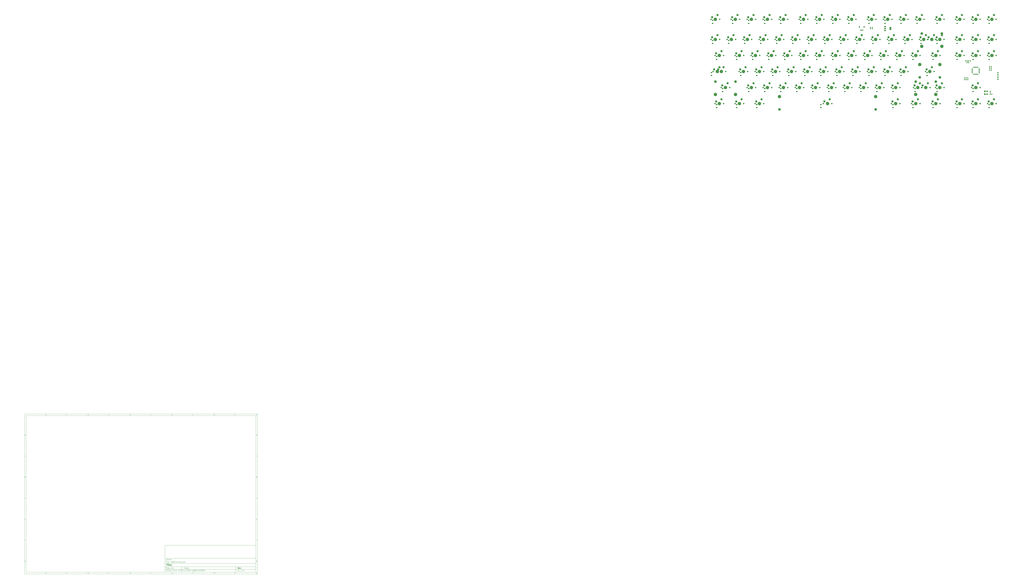
<source format=gbr>
%TF.GenerationSoftware,KiCad,Pcbnew,8.99.0-2193-g88272a59b7*%
%TF.CreationDate,2024-09-27T03:09:18+07:00*%
%TF.ProjectId,qk80,716b3830-2e6b-4696-9361-645f70636258,rev?*%
%TF.SameCoordinates,Original*%
%TF.FileFunction,Soldermask,Bot*%
%TF.FilePolarity,Negative*%
%FSLAX46Y46*%
G04 Gerber Fmt 4.6, Leading zero omitted, Abs format (unit mm)*
G04 Created by KiCad (PCBNEW 8.99.0-2193-g88272a59b7) date 2024-09-27 03:09:18*
%MOMM*%
%LPD*%
G01*
G04 APERTURE LIST*
G04 Aperture macros list*
%AMRoundRect*
0 Rectangle with rounded corners*
0 $1 Rounding radius*
0 $2 $3 $4 $5 $6 $7 $8 $9 X,Y pos of 4 corners*
0 Add a 4 corners polygon primitive as box body*
4,1,4,$2,$3,$4,$5,$6,$7,$8,$9,$2,$3,0*
0 Add four circle primitives for the rounded corners*
1,1,$1+$1,$2,$3*
1,1,$1+$1,$4,$5*
1,1,$1+$1,$6,$7*
1,1,$1+$1,$8,$9*
0 Add four rect primitives between the rounded corners*
20,1,$1+$1,$2,$3,$4,$5,0*
20,1,$1+$1,$4,$5,$6,$7,0*
20,1,$1+$1,$6,$7,$8,$9,0*
20,1,$1+$1,$8,$9,$2,$3,0*%
G04 Aperture macros list end*
%ADD10C,0.100000*%
%ADD11C,0.150000*%
%ADD12C,0.300000*%
%ADD13C,0.400000*%
%ADD14C,1.700000*%
%ADD15C,2.500000*%
%ADD16C,4.000000*%
%ADD17RoundRect,0.250000X-0.600000X-0.750000X0.600000X-0.750000X0.600000X0.750000X-0.600000X0.750000X0*%
%ADD18O,1.700000X2.000000*%
%ADD19C,3.987800*%
%ADD20C,3.048000*%
%ADD21RoundRect,0.250000X0.625000X-0.350000X0.625000X0.350000X-0.625000X0.350000X-0.625000X-0.350000X0*%
%ADD22O,1.750000X1.200000*%
%ADD23C,0.400000*%
%ADD24RoundRect,0.250000X0.600000X-0.400000X0.600000X0.400000X-0.600000X0.400000X-0.600000X-0.400000X0*%
%ADD25RoundRect,0.150000X-0.512500X-0.150000X0.512500X-0.150000X0.512500X0.150000X-0.512500X0.150000X0*%
%ADD26RoundRect,0.150000X-0.150000X-0.625000X0.150000X-0.625000X0.150000X0.625000X-0.150000X0.625000X0*%
%ADD27RoundRect,0.250000X-0.350000X-0.650000X0.350000X-0.650000X0.350000X0.650000X-0.350000X0.650000X0*%
%ADD28RoundRect,0.250000X0.250000X0.475000X-0.250000X0.475000X-0.250000X-0.475000X0.250000X-0.475000X0*%
%ADD29RoundRect,0.375000X-0.625000X-0.375000X0.625000X-0.375000X0.625000X0.375000X-0.625000X0.375000X0*%
%ADD30RoundRect,0.500000X-0.500000X-1.400000X0.500000X-1.400000X0.500000X1.400000X-0.500000X1.400000X0*%
%ADD31RoundRect,0.250000X-0.450000X0.262500X-0.450000X-0.262500X0.450000X-0.262500X0.450000X0.262500X0*%
%ADD32RoundRect,0.250000X0.475000X-0.250000X0.475000X0.250000X-0.475000X0.250000X-0.475000X-0.250000X0*%
%ADD33RoundRect,0.075000X0.662500X0.075000X-0.662500X0.075000X-0.662500X-0.075000X0.662500X-0.075000X0*%
%ADD34RoundRect,0.075000X0.075000X0.662500X-0.075000X0.662500X-0.075000X-0.662500X0.075000X-0.662500X0*%
%ADD35RoundRect,0.250000X-0.250000X-0.475000X0.250000X-0.475000X0.250000X0.475000X-0.250000X0.475000X0*%
G04 APERTURE END LIST*
D10*
D11*
X177002200Y-166007200D02*
X285002200Y-166007200D01*
X285002200Y-198007200D01*
X177002200Y-198007200D01*
X177002200Y-166007200D01*
D10*
D11*
X10000000Y-10000000D02*
X287002200Y-10000000D01*
X287002200Y-200007200D01*
X10000000Y-200007200D01*
X10000000Y-10000000D01*
D10*
D11*
X12000000Y-12000000D02*
X285002200Y-12000000D01*
X285002200Y-198007200D01*
X12000000Y-198007200D01*
X12000000Y-12000000D01*
D10*
D11*
X60000000Y-12000000D02*
X60000000Y-10000000D01*
D10*
D11*
X110000000Y-12000000D02*
X110000000Y-10000000D01*
D10*
D11*
X160000000Y-12000000D02*
X160000000Y-10000000D01*
D10*
D11*
X210000000Y-12000000D02*
X210000000Y-10000000D01*
D10*
D11*
X260000000Y-12000000D02*
X260000000Y-10000000D01*
D10*
D11*
X36089160Y-11593604D02*
X35346303Y-11593604D01*
X35717731Y-11593604D02*
X35717731Y-10293604D01*
X35717731Y-10293604D02*
X35593922Y-10479319D01*
X35593922Y-10479319D02*
X35470112Y-10603128D01*
X35470112Y-10603128D02*
X35346303Y-10665033D01*
D10*
D11*
X85346303Y-10417414D02*
X85408207Y-10355509D01*
X85408207Y-10355509D02*
X85532017Y-10293604D01*
X85532017Y-10293604D02*
X85841541Y-10293604D01*
X85841541Y-10293604D02*
X85965350Y-10355509D01*
X85965350Y-10355509D02*
X86027255Y-10417414D01*
X86027255Y-10417414D02*
X86089160Y-10541223D01*
X86089160Y-10541223D02*
X86089160Y-10665033D01*
X86089160Y-10665033D02*
X86027255Y-10850747D01*
X86027255Y-10850747D02*
X85284398Y-11593604D01*
X85284398Y-11593604D02*
X86089160Y-11593604D01*
D10*
D11*
X135284398Y-10293604D02*
X136089160Y-10293604D01*
X136089160Y-10293604D02*
X135655826Y-10788842D01*
X135655826Y-10788842D02*
X135841541Y-10788842D01*
X135841541Y-10788842D02*
X135965350Y-10850747D01*
X135965350Y-10850747D02*
X136027255Y-10912652D01*
X136027255Y-10912652D02*
X136089160Y-11036461D01*
X136089160Y-11036461D02*
X136089160Y-11345985D01*
X136089160Y-11345985D02*
X136027255Y-11469795D01*
X136027255Y-11469795D02*
X135965350Y-11531700D01*
X135965350Y-11531700D02*
X135841541Y-11593604D01*
X135841541Y-11593604D02*
X135470112Y-11593604D01*
X135470112Y-11593604D02*
X135346303Y-11531700D01*
X135346303Y-11531700D02*
X135284398Y-11469795D01*
D10*
D11*
X185965350Y-10726938D02*
X185965350Y-11593604D01*
X185655826Y-10231700D02*
X185346303Y-11160271D01*
X185346303Y-11160271D02*
X186151064Y-11160271D01*
D10*
D11*
X236027255Y-10293604D02*
X235408207Y-10293604D01*
X235408207Y-10293604D02*
X235346303Y-10912652D01*
X235346303Y-10912652D02*
X235408207Y-10850747D01*
X235408207Y-10850747D02*
X235532017Y-10788842D01*
X235532017Y-10788842D02*
X235841541Y-10788842D01*
X235841541Y-10788842D02*
X235965350Y-10850747D01*
X235965350Y-10850747D02*
X236027255Y-10912652D01*
X236027255Y-10912652D02*
X236089160Y-11036461D01*
X236089160Y-11036461D02*
X236089160Y-11345985D01*
X236089160Y-11345985D02*
X236027255Y-11469795D01*
X236027255Y-11469795D02*
X235965350Y-11531700D01*
X235965350Y-11531700D02*
X235841541Y-11593604D01*
X235841541Y-11593604D02*
X235532017Y-11593604D01*
X235532017Y-11593604D02*
X235408207Y-11531700D01*
X235408207Y-11531700D02*
X235346303Y-11469795D01*
D10*
D11*
X285965350Y-10293604D02*
X285717731Y-10293604D01*
X285717731Y-10293604D02*
X285593922Y-10355509D01*
X285593922Y-10355509D02*
X285532017Y-10417414D01*
X285532017Y-10417414D02*
X285408207Y-10603128D01*
X285408207Y-10603128D02*
X285346303Y-10850747D01*
X285346303Y-10850747D02*
X285346303Y-11345985D01*
X285346303Y-11345985D02*
X285408207Y-11469795D01*
X285408207Y-11469795D02*
X285470112Y-11531700D01*
X285470112Y-11531700D02*
X285593922Y-11593604D01*
X285593922Y-11593604D02*
X285841541Y-11593604D01*
X285841541Y-11593604D02*
X285965350Y-11531700D01*
X285965350Y-11531700D02*
X286027255Y-11469795D01*
X286027255Y-11469795D02*
X286089160Y-11345985D01*
X286089160Y-11345985D02*
X286089160Y-11036461D01*
X286089160Y-11036461D02*
X286027255Y-10912652D01*
X286027255Y-10912652D02*
X285965350Y-10850747D01*
X285965350Y-10850747D02*
X285841541Y-10788842D01*
X285841541Y-10788842D02*
X285593922Y-10788842D01*
X285593922Y-10788842D02*
X285470112Y-10850747D01*
X285470112Y-10850747D02*
X285408207Y-10912652D01*
X285408207Y-10912652D02*
X285346303Y-11036461D01*
D10*
D11*
X60000000Y-198007200D02*
X60000000Y-200007200D01*
D10*
D11*
X110000000Y-198007200D02*
X110000000Y-200007200D01*
D10*
D11*
X160000000Y-198007200D02*
X160000000Y-200007200D01*
D10*
D11*
X210000000Y-198007200D02*
X210000000Y-200007200D01*
D10*
D11*
X260000000Y-198007200D02*
X260000000Y-200007200D01*
D10*
D11*
X36089160Y-199600804D02*
X35346303Y-199600804D01*
X35717731Y-199600804D02*
X35717731Y-198300804D01*
X35717731Y-198300804D02*
X35593922Y-198486519D01*
X35593922Y-198486519D02*
X35470112Y-198610328D01*
X35470112Y-198610328D02*
X35346303Y-198672233D01*
D10*
D11*
X85346303Y-198424614D02*
X85408207Y-198362709D01*
X85408207Y-198362709D02*
X85532017Y-198300804D01*
X85532017Y-198300804D02*
X85841541Y-198300804D01*
X85841541Y-198300804D02*
X85965350Y-198362709D01*
X85965350Y-198362709D02*
X86027255Y-198424614D01*
X86027255Y-198424614D02*
X86089160Y-198548423D01*
X86089160Y-198548423D02*
X86089160Y-198672233D01*
X86089160Y-198672233D02*
X86027255Y-198857947D01*
X86027255Y-198857947D02*
X85284398Y-199600804D01*
X85284398Y-199600804D02*
X86089160Y-199600804D01*
D10*
D11*
X135284398Y-198300804D02*
X136089160Y-198300804D01*
X136089160Y-198300804D02*
X135655826Y-198796042D01*
X135655826Y-198796042D02*
X135841541Y-198796042D01*
X135841541Y-198796042D02*
X135965350Y-198857947D01*
X135965350Y-198857947D02*
X136027255Y-198919852D01*
X136027255Y-198919852D02*
X136089160Y-199043661D01*
X136089160Y-199043661D02*
X136089160Y-199353185D01*
X136089160Y-199353185D02*
X136027255Y-199476995D01*
X136027255Y-199476995D02*
X135965350Y-199538900D01*
X135965350Y-199538900D02*
X135841541Y-199600804D01*
X135841541Y-199600804D02*
X135470112Y-199600804D01*
X135470112Y-199600804D02*
X135346303Y-199538900D01*
X135346303Y-199538900D02*
X135284398Y-199476995D01*
D10*
D11*
X185965350Y-198734138D02*
X185965350Y-199600804D01*
X185655826Y-198238900D02*
X185346303Y-199167471D01*
X185346303Y-199167471D02*
X186151064Y-199167471D01*
D10*
D11*
X236027255Y-198300804D02*
X235408207Y-198300804D01*
X235408207Y-198300804D02*
X235346303Y-198919852D01*
X235346303Y-198919852D02*
X235408207Y-198857947D01*
X235408207Y-198857947D02*
X235532017Y-198796042D01*
X235532017Y-198796042D02*
X235841541Y-198796042D01*
X235841541Y-198796042D02*
X235965350Y-198857947D01*
X235965350Y-198857947D02*
X236027255Y-198919852D01*
X236027255Y-198919852D02*
X236089160Y-199043661D01*
X236089160Y-199043661D02*
X236089160Y-199353185D01*
X236089160Y-199353185D02*
X236027255Y-199476995D01*
X236027255Y-199476995D02*
X235965350Y-199538900D01*
X235965350Y-199538900D02*
X235841541Y-199600804D01*
X235841541Y-199600804D02*
X235532017Y-199600804D01*
X235532017Y-199600804D02*
X235408207Y-199538900D01*
X235408207Y-199538900D02*
X235346303Y-199476995D01*
D10*
D11*
X285965350Y-198300804D02*
X285717731Y-198300804D01*
X285717731Y-198300804D02*
X285593922Y-198362709D01*
X285593922Y-198362709D02*
X285532017Y-198424614D01*
X285532017Y-198424614D02*
X285408207Y-198610328D01*
X285408207Y-198610328D02*
X285346303Y-198857947D01*
X285346303Y-198857947D02*
X285346303Y-199353185D01*
X285346303Y-199353185D02*
X285408207Y-199476995D01*
X285408207Y-199476995D02*
X285470112Y-199538900D01*
X285470112Y-199538900D02*
X285593922Y-199600804D01*
X285593922Y-199600804D02*
X285841541Y-199600804D01*
X285841541Y-199600804D02*
X285965350Y-199538900D01*
X285965350Y-199538900D02*
X286027255Y-199476995D01*
X286027255Y-199476995D02*
X286089160Y-199353185D01*
X286089160Y-199353185D02*
X286089160Y-199043661D01*
X286089160Y-199043661D02*
X286027255Y-198919852D01*
X286027255Y-198919852D02*
X285965350Y-198857947D01*
X285965350Y-198857947D02*
X285841541Y-198796042D01*
X285841541Y-198796042D02*
X285593922Y-198796042D01*
X285593922Y-198796042D02*
X285470112Y-198857947D01*
X285470112Y-198857947D02*
X285408207Y-198919852D01*
X285408207Y-198919852D02*
X285346303Y-199043661D01*
D10*
D11*
X10000000Y-60000000D02*
X12000000Y-60000000D01*
D10*
D11*
X10000000Y-110000000D02*
X12000000Y-110000000D01*
D10*
D11*
X10000000Y-160000000D02*
X12000000Y-160000000D01*
D10*
D11*
X10690476Y-35222176D02*
X11309523Y-35222176D01*
X10566666Y-35593604D02*
X10999999Y-34293604D01*
X10999999Y-34293604D02*
X11433333Y-35593604D01*
D10*
D11*
X11092857Y-84912652D02*
X11278571Y-84974557D01*
X11278571Y-84974557D02*
X11340476Y-85036461D01*
X11340476Y-85036461D02*
X11402380Y-85160271D01*
X11402380Y-85160271D02*
X11402380Y-85345985D01*
X11402380Y-85345985D02*
X11340476Y-85469795D01*
X11340476Y-85469795D02*
X11278571Y-85531700D01*
X11278571Y-85531700D02*
X11154761Y-85593604D01*
X11154761Y-85593604D02*
X10659523Y-85593604D01*
X10659523Y-85593604D02*
X10659523Y-84293604D01*
X10659523Y-84293604D02*
X11092857Y-84293604D01*
X11092857Y-84293604D02*
X11216666Y-84355509D01*
X11216666Y-84355509D02*
X11278571Y-84417414D01*
X11278571Y-84417414D02*
X11340476Y-84541223D01*
X11340476Y-84541223D02*
X11340476Y-84665033D01*
X11340476Y-84665033D02*
X11278571Y-84788842D01*
X11278571Y-84788842D02*
X11216666Y-84850747D01*
X11216666Y-84850747D02*
X11092857Y-84912652D01*
X11092857Y-84912652D02*
X10659523Y-84912652D01*
D10*
D11*
X11402380Y-135469795D02*
X11340476Y-135531700D01*
X11340476Y-135531700D02*
X11154761Y-135593604D01*
X11154761Y-135593604D02*
X11030952Y-135593604D01*
X11030952Y-135593604D02*
X10845238Y-135531700D01*
X10845238Y-135531700D02*
X10721428Y-135407890D01*
X10721428Y-135407890D02*
X10659523Y-135284080D01*
X10659523Y-135284080D02*
X10597619Y-135036461D01*
X10597619Y-135036461D02*
X10597619Y-134850747D01*
X10597619Y-134850747D02*
X10659523Y-134603128D01*
X10659523Y-134603128D02*
X10721428Y-134479319D01*
X10721428Y-134479319D02*
X10845238Y-134355509D01*
X10845238Y-134355509D02*
X11030952Y-134293604D01*
X11030952Y-134293604D02*
X11154761Y-134293604D01*
X11154761Y-134293604D02*
X11340476Y-134355509D01*
X11340476Y-134355509D02*
X11402380Y-134417414D01*
D10*
D11*
X10659523Y-185593604D02*
X10659523Y-184293604D01*
X10659523Y-184293604D02*
X10969047Y-184293604D01*
X10969047Y-184293604D02*
X11154761Y-184355509D01*
X11154761Y-184355509D02*
X11278571Y-184479319D01*
X11278571Y-184479319D02*
X11340476Y-184603128D01*
X11340476Y-184603128D02*
X11402380Y-184850747D01*
X11402380Y-184850747D02*
X11402380Y-185036461D01*
X11402380Y-185036461D02*
X11340476Y-185284080D01*
X11340476Y-185284080D02*
X11278571Y-185407890D01*
X11278571Y-185407890D02*
X11154761Y-185531700D01*
X11154761Y-185531700D02*
X10969047Y-185593604D01*
X10969047Y-185593604D02*
X10659523Y-185593604D01*
D10*
D11*
X287002200Y-60000000D02*
X285002200Y-60000000D01*
D10*
D11*
X287002200Y-110000000D02*
X285002200Y-110000000D01*
D10*
D11*
X287002200Y-160000000D02*
X285002200Y-160000000D01*
D10*
D11*
X285692676Y-35222176D02*
X286311723Y-35222176D01*
X285568866Y-35593604D02*
X286002199Y-34293604D01*
X286002199Y-34293604D02*
X286435533Y-35593604D01*
D10*
D11*
X286095057Y-84912652D02*
X286280771Y-84974557D01*
X286280771Y-84974557D02*
X286342676Y-85036461D01*
X286342676Y-85036461D02*
X286404580Y-85160271D01*
X286404580Y-85160271D02*
X286404580Y-85345985D01*
X286404580Y-85345985D02*
X286342676Y-85469795D01*
X286342676Y-85469795D02*
X286280771Y-85531700D01*
X286280771Y-85531700D02*
X286156961Y-85593604D01*
X286156961Y-85593604D02*
X285661723Y-85593604D01*
X285661723Y-85593604D02*
X285661723Y-84293604D01*
X285661723Y-84293604D02*
X286095057Y-84293604D01*
X286095057Y-84293604D02*
X286218866Y-84355509D01*
X286218866Y-84355509D02*
X286280771Y-84417414D01*
X286280771Y-84417414D02*
X286342676Y-84541223D01*
X286342676Y-84541223D02*
X286342676Y-84665033D01*
X286342676Y-84665033D02*
X286280771Y-84788842D01*
X286280771Y-84788842D02*
X286218866Y-84850747D01*
X286218866Y-84850747D02*
X286095057Y-84912652D01*
X286095057Y-84912652D02*
X285661723Y-84912652D01*
D10*
D11*
X286404580Y-135469795D02*
X286342676Y-135531700D01*
X286342676Y-135531700D02*
X286156961Y-135593604D01*
X286156961Y-135593604D02*
X286033152Y-135593604D01*
X286033152Y-135593604D02*
X285847438Y-135531700D01*
X285847438Y-135531700D02*
X285723628Y-135407890D01*
X285723628Y-135407890D02*
X285661723Y-135284080D01*
X285661723Y-135284080D02*
X285599819Y-135036461D01*
X285599819Y-135036461D02*
X285599819Y-134850747D01*
X285599819Y-134850747D02*
X285661723Y-134603128D01*
X285661723Y-134603128D02*
X285723628Y-134479319D01*
X285723628Y-134479319D02*
X285847438Y-134355509D01*
X285847438Y-134355509D02*
X286033152Y-134293604D01*
X286033152Y-134293604D02*
X286156961Y-134293604D01*
X286156961Y-134293604D02*
X286342676Y-134355509D01*
X286342676Y-134355509D02*
X286404580Y-134417414D01*
D10*
D11*
X285661723Y-185593604D02*
X285661723Y-184293604D01*
X285661723Y-184293604D02*
X285971247Y-184293604D01*
X285971247Y-184293604D02*
X286156961Y-184355509D01*
X286156961Y-184355509D02*
X286280771Y-184479319D01*
X286280771Y-184479319D02*
X286342676Y-184603128D01*
X286342676Y-184603128D02*
X286404580Y-184850747D01*
X286404580Y-184850747D02*
X286404580Y-185036461D01*
X286404580Y-185036461D02*
X286342676Y-185284080D01*
X286342676Y-185284080D02*
X286280771Y-185407890D01*
X286280771Y-185407890D02*
X286156961Y-185531700D01*
X286156961Y-185531700D02*
X285971247Y-185593604D01*
X285971247Y-185593604D02*
X285661723Y-185593604D01*
D10*
D11*
X200458026Y-193793328D02*
X200458026Y-192293328D01*
X200458026Y-192293328D02*
X200815169Y-192293328D01*
X200815169Y-192293328D02*
X201029455Y-192364757D01*
X201029455Y-192364757D02*
X201172312Y-192507614D01*
X201172312Y-192507614D02*
X201243741Y-192650471D01*
X201243741Y-192650471D02*
X201315169Y-192936185D01*
X201315169Y-192936185D02*
X201315169Y-193150471D01*
X201315169Y-193150471D02*
X201243741Y-193436185D01*
X201243741Y-193436185D02*
X201172312Y-193579042D01*
X201172312Y-193579042D02*
X201029455Y-193721900D01*
X201029455Y-193721900D02*
X200815169Y-193793328D01*
X200815169Y-193793328D02*
X200458026Y-193793328D01*
X202600884Y-193793328D02*
X202600884Y-193007614D01*
X202600884Y-193007614D02*
X202529455Y-192864757D01*
X202529455Y-192864757D02*
X202386598Y-192793328D01*
X202386598Y-192793328D02*
X202100884Y-192793328D01*
X202100884Y-192793328D02*
X201958026Y-192864757D01*
X202600884Y-193721900D02*
X202458026Y-193793328D01*
X202458026Y-193793328D02*
X202100884Y-193793328D01*
X202100884Y-193793328D02*
X201958026Y-193721900D01*
X201958026Y-193721900D02*
X201886598Y-193579042D01*
X201886598Y-193579042D02*
X201886598Y-193436185D01*
X201886598Y-193436185D02*
X201958026Y-193293328D01*
X201958026Y-193293328D02*
X202100884Y-193221900D01*
X202100884Y-193221900D02*
X202458026Y-193221900D01*
X202458026Y-193221900D02*
X202600884Y-193150471D01*
X203100884Y-192793328D02*
X203672312Y-192793328D01*
X203315169Y-192293328D02*
X203315169Y-193579042D01*
X203315169Y-193579042D02*
X203386598Y-193721900D01*
X203386598Y-193721900D02*
X203529455Y-193793328D01*
X203529455Y-193793328D02*
X203672312Y-193793328D01*
X204743741Y-193721900D02*
X204600884Y-193793328D01*
X204600884Y-193793328D02*
X204315170Y-193793328D01*
X204315170Y-193793328D02*
X204172312Y-193721900D01*
X204172312Y-193721900D02*
X204100884Y-193579042D01*
X204100884Y-193579042D02*
X204100884Y-193007614D01*
X204100884Y-193007614D02*
X204172312Y-192864757D01*
X204172312Y-192864757D02*
X204315170Y-192793328D01*
X204315170Y-192793328D02*
X204600884Y-192793328D01*
X204600884Y-192793328D02*
X204743741Y-192864757D01*
X204743741Y-192864757D02*
X204815170Y-193007614D01*
X204815170Y-193007614D02*
X204815170Y-193150471D01*
X204815170Y-193150471D02*
X204100884Y-193293328D01*
X205458026Y-193650471D02*
X205529455Y-193721900D01*
X205529455Y-193721900D02*
X205458026Y-193793328D01*
X205458026Y-193793328D02*
X205386598Y-193721900D01*
X205386598Y-193721900D02*
X205458026Y-193650471D01*
X205458026Y-193650471D02*
X205458026Y-193793328D01*
X205458026Y-192864757D02*
X205529455Y-192936185D01*
X205529455Y-192936185D02*
X205458026Y-193007614D01*
X205458026Y-193007614D02*
X205386598Y-192936185D01*
X205386598Y-192936185D02*
X205458026Y-192864757D01*
X205458026Y-192864757D02*
X205458026Y-193007614D01*
D10*
D11*
X177002200Y-194507200D02*
X285002200Y-194507200D01*
D10*
D11*
X178458026Y-196593328D02*
X178458026Y-195093328D01*
X179315169Y-196593328D02*
X178672312Y-195736185D01*
X179315169Y-195093328D02*
X178458026Y-195950471D01*
X179958026Y-196593328D02*
X179958026Y-195593328D01*
X179958026Y-195093328D02*
X179886598Y-195164757D01*
X179886598Y-195164757D02*
X179958026Y-195236185D01*
X179958026Y-195236185D02*
X180029455Y-195164757D01*
X180029455Y-195164757D02*
X179958026Y-195093328D01*
X179958026Y-195093328D02*
X179958026Y-195236185D01*
X181529455Y-196450471D02*
X181458027Y-196521900D01*
X181458027Y-196521900D02*
X181243741Y-196593328D01*
X181243741Y-196593328D02*
X181100884Y-196593328D01*
X181100884Y-196593328D02*
X180886598Y-196521900D01*
X180886598Y-196521900D02*
X180743741Y-196379042D01*
X180743741Y-196379042D02*
X180672312Y-196236185D01*
X180672312Y-196236185D02*
X180600884Y-195950471D01*
X180600884Y-195950471D02*
X180600884Y-195736185D01*
X180600884Y-195736185D02*
X180672312Y-195450471D01*
X180672312Y-195450471D02*
X180743741Y-195307614D01*
X180743741Y-195307614D02*
X180886598Y-195164757D01*
X180886598Y-195164757D02*
X181100884Y-195093328D01*
X181100884Y-195093328D02*
X181243741Y-195093328D01*
X181243741Y-195093328D02*
X181458027Y-195164757D01*
X181458027Y-195164757D02*
X181529455Y-195236185D01*
X182815170Y-196593328D02*
X182815170Y-195807614D01*
X182815170Y-195807614D02*
X182743741Y-195664757D01*
X182743741Y-195664757D02*
X182600884Y-195593328D01*
X182600884Y-195593328D02*
X182315170Y-195593328D01*
X182315170Y-195593328D02*
X182172312Y-195664757D01*
X182815170Y-196521900D02*
X182672312Y-196593328D01*
X182672312Y-196593328D02*
X182315170Y-196593328D01*
X182315170Y-196593328D02*
X182172312Y-196521900D01*
X182172312Y-196521900D02*
X182100884Y-196379042D01*
X182100884Y-196379042D02*
X182100884Y-196236185D01*
X182100884Y-196236185D02*
X182172312Y-196093328D01*
X182172312Y-196093328D02*
X182315170Y-196021900D01*
X182315170Y-196021900D02*
X182672312Y-196021900D01*
X182672312Y-196021900D02*
X182815170Y-195950471D01*
X184172313Y-196593328D02*
X184172313Y-195093328D01*
X184172313Y-196521900D02*
X184029455Y-196593328D01*
X184029455Y-196593328D02*
X183743741Y-196593328D01*
X183743741Y-196593328D02*
X183600884Y-196521900D01*
X183600884Y-196521900D02*
X183529455Y-196450471D01*
X183529455Y-196450471D02*
X183458027Y-196307614D01*
X183458027Y-196307614D02*
X183458027Y-195879042D01*
X183458027Y-195879042D02*
X183529455Y-195736185D01*
X183529455Y-195736185D02*
X183600884Y-195664757D01*
X183600884Y-195664757D02*
X183743741Y-195593328D01*
X183743741Y-195593328D02*
X184029455Y-195593328D01*
X184029455Y-195593328D02*
X184172313Y-195664757D01*
X186029455Y-195807614D02*
X186529455Y-195807614D01*
X186743741Y-196593328D02*
X186029455Y-196593328D01*
X186029455Y-196593328D02*
X186029455Y-195093328D01*
X186029455Y-195093328D02*
X186743741Y-195093328D01*
X187386598Y-196450471D02*
X187458027Y-196521900D01*
X187458027Y-196521900D02*
X187386598Y-196593328D01*
X187386598Y-196593328D02*
X187315170Y-196521900D01*
X187315170Y-196521900D02*
X187386598Y-196450471D01*
X187386598Y-196450471D02*
X187386598Y-196593328D01*
X188100884Y-196593328D02*
X188100884Y-195093328D01*
X188100884Y-195093328D02*
X188458027Y-195093328D01*
X188458027Y-195093328D02*
X188672313Y-195164757D01*
X188672313Y-195164757D02*
X188815170Y-195307614D01*
X188815170Y-195307614D02*
X188886599Y-195450471D01*
X188886599Y-195450471D02*
X188958027Y-195736185D01*
X188958027Y-195736185D02*
X188958027Y-195950471D01*
X188958027Y-195950471D02*
X188886599Y-196236185D01*
X188886599Y-196236185D02*
X188815170Y-196379042D01*
X188815170Y-196379042D02*
X188672313Y-196521900D01*
X188672313Y-196521900D02*
X188458027Y-196593328D01*
X188458027Y-196593328D02*
X188100884Y-196593328D01*
X189600884Y-196450471D02*
X189672313Y-196521900D01*
X189672313Y-196521900D02*
X189600884Y-196593328D01*
X189600884Y-196593328D02*
X189529456Y-196521900D01*
X189529456Y-196521900D02*
X189600884Y-196450471D01*
X189600884Y-196450471D02*
X189600884Y-196593328D01*
X190243742Y-196164757D02*
X190958028Y-196164757D01*
X190100885Y-196593328D02*
X190600885Y-195093328D01*
X190600885Y-195093328D02*
X191100885Y-196593328D01*
X191600884Y-196450471D02*
X191672313Y-196521900D01*
X191672313Y-196521900D02*
X191600884Y-196593328D01*
X191600884Y-196593328D02*
X191529456Y-196521900D01*
X191529456Y-196521900D02*
X191600884Y-196450471D01*
X191600884Y-196450471D02*
X191600884Y-196593328D01*
X193672313Y-195736185D02*
X193529456Y-195664757D01*
X193529456Y-195664757D02*
X193458027Y-195593328D01*
X193458027Y-195593328D02*
X193386599Y-195450471D01*
X193386599Y-195450471D02*
X193386599Y-195379042D01*
X193386599Y-195379042D02*
X193458027Y-195236185D01*
X193458027Y-195236185D02*
X193529456Y-195164757D01*
X193529456Y-195164757D02*
X193672313Y-195093328D01*
X193672313Y-195093328D02*
X193958027Y-195093328D01*
X193958027Y-195093328D02*
X194100885Y-195164757D01*
X194100885Y-195164757D02*
X194172313Y-195236185D01*
X194172313Y-195236185D02*
X194243742Y-195379042D01*
X194243742Y-195379042D02*
X194243742Y-195450471D01*
X194243742Y-195450471D02*
X194172313Y-195593328D01*
X194172313Y-195593328D02*
X194100885Y-195664757D01*
X194100885Y-195664757D02*
X193958027Y-195736185D01*
X193958027Y-195736185D02*
X193672313Y-195736185D01*
X193672313Y-195736185D02*
X193529456Y-195807614D01*
X193529456Y-195807614D02*
X193458027Y-195879042D01*
X193458027Y-195879042D02*
X193386599Y-196021900D01*
X193386599Y-196021900D02*
X193386599Y-196307614D01*
X193386599Y-196307614D02*
X193458027Y-196450471D01*
X193458027Y-196450471D02*
X193529456Y-196521900D01*
X193529456Y-196521900D02*
X193672313Y-196593328D01*
X193672313Y-196593328D02*
X193958027Y-196593328D01*
X193958027Y-196593328D02*
X194100885Y-196521900D01*
X194100885Y-196521900D02*
X194172313Y-196450471D01*
X194172313Y-196450471D02*
X194243742Y-196307614D01*
X194243742Y-196307614D02*
X194243742Y-196021900D01*
X194243742Y-196021900D02*
X194172313Y-195879042D01*
X194172313Y-195879042D02*
X194100885Y-195807614D01*
X194100885Y-195807614D02*
X193958027Y-195736185D01*
X194886598Y-196450471D02*
X194958027Y-196521900D01*
X194958027Y-196521900D02*
X194886598Y-196593328D01*
X194886598Y-196593328D02*
X194815170Y-196521900D01*
X194815170Y-196521900D02*
X194886598Y-196450471D01*
X194886598Y-196450471D02*
X194886598Y-196593328D01*
X195672313Y-196593328D02*
X195958027Y-196593328D01*
X195958027Y-196593328D02*
X196100884Y-196521900D01*
X196100884Y-196521900D02*
X196172313Y-196450471D01*
X196172313Y-196450471D02*
X196315170Y-196236185D01*
X196315170Y-196236185D02*
X196386599Y-195950471D01*
X196386599Y-195950471D02*
X196386599Y-195379042D01*
X196386599Y-195379042D02*
X196315170Y-195236185D01*
X196315170Y-195236185D02*
X196243742Y-195164757D01*
X196243742Y-195164757D02*
X196100884Y-195093328D01*
X196100884Y-195093328D02*
X195815170Y-195093328D01*
X195815170Y-195093328D02*
X195672313Y-195164757D01*
X195672313Y-195164757D02*
X195600884Y-195236185D01*
X195600884Y-195236185D02*
X195529456Y-195379042D01*
X195529456Y-195379042D02*
X195529456Y-195736185D01*
X195529456Y-195736185D02*
X195600884Y-195879042D01*
X195600884Y-195879042D02*
X195672313Y-195950471D01*
X195672313Y-195950471D02*
X195815170Y-196021900D01*
X195815170Y-196021900D02*
X196100884Y-196021900D01*
X196100884Y-196021900D02*
X196243742Y-195950471D01*
X196243742Y-195950471D02*
X196315170Y-195879042D01*
X196315170Y-195879042D02*
X196386599Y-195736185D01*
X197100884Y-196593328D02*
X197386598Y-196593328D01*
X197386598Y-196593328D02*
X197529455Y-196521900D01*
X197529455Y-196521900D02*
X197600884Y-196450471D01*
X197600884Y-196450471D02*
X197743741Y-196236185D01*
X197743741Y-196236185D02*
X197815170Y-195950471D01*
X197815170Y-195950471D02*
X197815170Y-195379042D01*
X197815170Y-195379042D02*
X197743741Y-195236185D01*
X197743741Y-195236185D02*
X197672313Y-195164757D01*
X197672313Y-195164757D02*
X197529455Y-195093328D01*
X197529455Y-195093328D02*
X197243741Y-195093328D01*
X197243741Y-195093328D02*
X197100884Y-195164757D01*
X197100884Y-195164757D02*
X197029455Y-195236185D01*
X197029455Y-195236185D02*
X196958027Y-195379042D01*
X196958027Y-195379042D02*
X196958027Y-195736185D01*
X196958027Y-195736185D02*
X197029455Y-195879042D01*
X197029455Y-195879042D02*
X197100884Y-195950471D01*
X197100884Y-195950471D02*
X197243741Y-196021900D01*
X197243741Y-196021900D02*
X197529455Y-196021900D01*
X197529455Y-196021900D02*
X197672313Y-195950471D01*
X197672313Y-195950471D02*
X197743741Y-195879042D01*
X197743741Y-195879042D02*
X197815170Y-195736185D01*
X198458026Y-196450471D02*
X198529455Y-196521900D01*
X198529455Y-196521900D02*
X198458026Y-196593328D01*
X198458026Y-196593328D02*
X198386598Y-196521900D01*
X198386598Y-196521900D02*
X198458026Y-196450471D01*
X198458026Y-196450471D02*
X198458026Y-196593328D01*
X199458027Y-195093328D02*
X199600884Y-195093328D01*
X199600884Y-195093328D02*
X199743741Y-195164757D01*
X199743741Y-195164757D02*
X199815170Y-195236185D01*
X199815170Y-195236185D02*
X199886598Y-195379042D01*
X199886598Y-195379042D02*
X199958027Y-195664757D01*
X199958027Y-195664757D02*
X199958027Y-196021900D01*
X199958027Y-196021900D02*
X199886598Y-196307614D01*
X199886598Y-196307614D02*
X199815170Y-196450471D01*
X199815170Y-196450471D02*
X199743741Y-196521900D01*
X199743741Y-196521900D02*
X199600884Y-196593328D01*
X199600884Y-196593328D02*
X199458027Y-196593328D01*
X199458027Y-196593328D02*
X199315170Y-196521900D01*
X199315170Y-196521900D02*
X199243741Y-196450471D01*
X199243741Y-196450471D02*
X199172312Y-196307614D01*
X199172312Y-196307614D02*
X199100884Y-196021900D01*
X199100884Y-196021900D02*
X199100884Y-195664757D01*
X199100884Y-195664757D02*
X199172312Y-195379042D01*
X199172312Y-195379042D02*
X199243741Y-195236185D01*
X199243741Y-195236185D02*
X199315170Y-195164757D01*
X199315170Y-195164757D02*
X199458027Y-195093328D01*
X200600883Y-196021900D02*
X201743741Y-196021900D01*
X202386598Y-195236185D02*
X202458026Y-195164757D01*
X202458026Y-195164757D02*
X202600884Y-195093328D01*
X202600884Y-195093328D02*
X202958026Y-195093328D01*
X202958026Y-195093328D02*
X203100884Y-195164757D01*
X203100884Y-195164757D02*
X203172312Y-195236185D01*
X203172312Y-195236185D02*
X203243741Y-195379042D01*
X203243741Y-195379042D02*
X203243741Y-195521900D01*
X203243741Y-195521900D02*
X203172312Y-195736185D01*
X203172312Y-195736185D02*
X202315169Y-196593328D01*
X202315169Y-196593328D02*
X203243741Y-196593328D01*
X204672312Y-196593328D02*
X203815169Y-196593328D01*
X204243740Y-196593328D02*
X204243740Y-195093328D01*
X204243740Y-195093328D02*
X204100883Y-195307614D01*
X204100883Y-195307614D02*
X203958026Y-195450471D01*
X203958026Y-195450471D02*
X203815169Y-195521900D01*
X205386597Y-196593328D02*
X205672311Y-196593328D01*
X205672311Y-196593328D02*
X205815168Y-196521900D01*
X205815168Y-196521900D02*
X205886597Y-196450471D01*
X205886597Y-196450471D02*
X206029454Y-196236185D01*
X206029454Y-196236185D02*
X206100883Y-195950471D01*
X206100883Y-195950471D02*
X206100883Y-195379042D01*
X206100883Y-195379042D02*
X206029454Y-195236185D01*
X206029454Y-195236185D02*
X205958026Y-195164757D01*
X205958026Y-195164757D02*
X205815168Y-195093328D01*
X205815168Y-195093328D02*
X205529454Y-195093328D01*
X205529454Y-195093328D02*
X205386597Y-195164757D01*
X205386597Y-195164757D02*
X205315168Y-195236185D01*
X205315168Y-195236185D02*
X205243740Y-195379042D01*
X205243740Y-195379042D02*
X205243740Y-195736185D01*
X205243740Y-195736185D02*
X205315168Y-195879042D01*
X205315168Y-195879042D02*
X205386597Y-195950471D01*
X205386597Y-195950471D02*
X205529454Y-196021900D01*
X205529454Y-196021900D02*
X205815168Y-196021900D01*
X205815168Y-196021900D02*
X205958026Y-195950471D01*
X205958026Y-195950471D02*
X206029454Y-195879042D01*
X206029454Y-195879042D02*
X206100883Y-195736185D01*
X206600882Y-195093328D02*
X207529454Y-195093328D01*
X207529454Y-195093328D02*
X207029454Y-195664757D01*
X207029454Y-195664757D02*
X207243739Y-195664757D01*
X207243739Y-195664757D02*
X207386597Y-195736185D01*
X207386597Y-195736185D02*
X207458025Y-195807614D01*
X207458025Y-195807614D02*
X207529454Y-195950471D01*
X207529454Y-195950471D02*
X207529454Y-196307614D01*
X207529454Y-196307614D02*
X207458025Y-196450471D01*
X207458025Y-196450471D02*
X207386597Y-196521900D01*
X207386597Y-196521900D02*
X207243739Y-196593328D01*
X207243739Y-196593328D02*
X206815168Y-196593328D01*
X206815168Y-196593328D02*
X206672311Y-196521900D01*
X206672311Y-196521900D02*
X206600882Y-196450471D01*
X208172310Y-196021900D02*
X209315168Y-196021900D01*
X210672311Y-195593328D02*
X210672311Y-196807614D01*
X210672311Y-196807614D02*
X210600882Y-196950471D01*
X210600882Y-196950471D02*
X210529453Y-197021900D01*
X210529453Y-197021900D02*
X210386596Y-197093328D01*
X210386596Y-197093328D02*
X210172311Y-197093328D01*
X210172311Y-197093328D02*
X210029453Y-197021900D01*
X210672311Y-196521900D02*
X210529453Y-196593328D01*
X210529453Y-196593328D02*
X210243739Y-196593328D01*
X210243739Y-196593328D02*
X210100882Y-196521900D01*
X210100882Y-196521900D02*
X210029453Y-196450471D01*
X210029453Y-196450471D02*
X209958025Y-196307614D01*
X209958025Y-196307614D02*
X209958025Y-195879042D01*
X209958025Y-195879042D02*
X210029453Y-195736185D01*
X210029453Y-195736185D02*
X210100882Y-195664757D01*
X210100882Y-195664757D02*
X210243739Y-195593328D01*
X210243739Y-195593328D02*
X210529453Y-195593328D01*
X210529453Y-195593328D02*
X210672311Y-195664757D01*
X211600882Y-195736185D02*
X211458025Y-195664757D01*
X211458025Y-195664757D02*
X211386596Y-195593328D01*
X211386596Y-195593328D02*
X211315168Y-195450471D01*
X211315168Y-195450471D02*
X211315168Y-195379042D01*
X211315168Y-195379042D02*
X211386596Y-195236185D01*
X211386596Y-195236185D02*
X211458025Y-195164757D01*
X211458025Y-195164757D02*
X211600882Y-195093328D01*
X211600882Y-195093328D02*
X211886596Y-195093328D01*
X211886596Y-195093328D02*
X212029454Y-195164757D01*
X212029454Y-195164757D02*
X212100882Y-195236185D01*
X212100882Y-195236185D02*
X212172311Y-195379042D01*
X212172311Y-195379042D02*
X212172311Y-195450471D01*
X212172311Y-195450471D02*
X212100882Y-195593328D01*
X212100882Y-195593328D02*
X212029454Y-195664757D01*
X212029454Y-195664757D02*
X211886596Y-195736185D01*
X211886596Y-195736185D02*
X211600882Y-195736185D01*
X211600882Y-195736185D02*
X211458025Y-195807614D01*
X211458025Y-195807614D02*
X211386596Y-195879042D01*
X211386596Y-195879042D02*
X211315168Y-196021900D01*
X211315168Y-196021900D02*
X211315168Y-196307614D01*
X211315168Y-196307614D02*
X211386596Y-196450471D01*
X211386596Y-196450471D02*
X211458025Y-196521900D01*
X211458025Y-196521900D02*
X211600882Y-196593328D01*
X211600882Y-196593328D02*
X211886596Y-196593328D01*
X211886596Y-196593328D02*
X212029454Y-196521900D01*
X212029454Y-196521900D02*
X212100882Y-196450471D01*
X212100882Y-196450471D02*
X212172311Y-196307614D01*
X212172311Y-196307614D02*
X212172311Y-196021900D01*
X212172311Y-196021900D02*
X212100882Y-195879042D01*
X212100882Y-195879042D02*
X212029454Y-195807614D01*
X212029454Y-195807614D02*
X211886596Y-195736185D01*
X213029453Y-195736185D02*
X212886596Y-195664757D01*
X212886596Y-195664757D02*
X212815167Y-195593328D01*
X212815167Y-195593328D02*
X212743739Y-195450471D01*
X212743739Y-195450471D02*
X212743739Y-195379042D01*
X212743739Y-195379042D02*
X212815167Y-195236185D01*
X212815167Y-195236185D02*
X212886596Y-195164757D01*
X212886596Y-195164757D02*
X213029453Y-195093328D01*
X213029453Y-195093328D02*
X213315167Y-195093328D01*
X213315167Y-195093328D02*
X213458025Y-195164757D01*
X213458025Y-195164757D02*
X213529453Y-195236185D01*
X213529453Y-195236185D02*
X213600882Y-195379042D01*
X213600882Y-195379042D02*
X213600882Y-195450471D01*
X213600882Y-195450471D02*
X213529453Y-195593328D01*
X213529453Y-195593328D02*
X213458025Y-195664757D01*
X213458025Y-195664757D02*
X213315167Y-195736185D01*
X213315167Y-195736185D02*
X213029453Y-195736185D01*
X213029453Y-195736185D02*
X212886596Y-195807614D01*
X212886596Y-195807614D02*
X212815167Y-195879042D01*
X212815167Y-195879042D02*
X212743739Y-196021900D01*
X212743739Y-196021900D02*
X212743739Y-196307614D01*
X212743739Y-196307614D02*
X212815167Y-196450471D01*
X212815167Y-196450471D02*
X212886596Y-196521900D01*
X212886596Y-196521900D02*
X213029453Y-196593328D01*
X213029453Y-196593328D02*
X213315167Y-196593328D01*
X213315167Y-196593328D02*
X213458025Y-196521900D01*
X213458025Y-196521900D02*
X213529453Y-196450471D01*
X213529453Y-196450471D02*
X213600882Y-196307614D01*
X213600882Y-196307614D02*
X213600882Y-196021900D01*
X213600882Y-196021900D02*
X213529453Y-195879042D01*
X213529453Y-195879042D02*
X213458025Y-195807614D01*
X213458025Y-195807614D02*
X213315167Y-195736185D01*
X214172310Y-195236185D02*
X214243738Y-195164757D01*
X214243738Y-195164757D02*
X214386596Y-195093328D01*
X214386596Y-195093328D02*
X214743738Y-195093328D01*
X214743738Y-195093328D02*
X214886596Y-195164757D01*
X214886596Y-195164757D02*
X214958024Y-195236185D01*
X214958024Y-195236185D02*
X215029453Y-195379042D01*
X215029453Y-195379042D02*
X215029453Y-195521900D01*
X215029453Y-195521900D02*
X214958024Y-195736185D01*
X214958024Y-195736185D02*
X214100881Y-196593328D01*
X214100881Y-196593328D02*
X215029453Y-196593328D01*
X215529452Y-195093328D02*
X216529452Y-195093328D01*
X216529452Y-195093328D02*
X215886595Y-196593328D01*
X217029452Y-195236185D02*
X217100880Y-195164757D01*
X217100880Y-195164757D02*
X217243738Y-195093328D01*
X217243738Y-195093328D02*
X217600880Y-195093328D01*
X217600880Y-195093328D02*
X217743738Y-195164757D01*
X217743738Y-195164757D02*
X217815166Y-195236185D01*
X217815166Y-195236185D02*
X217886595Y-195379042D01*
X217886595Y-195379042D02*
X217886595Y-195521900D01*
X217886595Y-195521900D02*
X217815166Y-195736185D01*
X217815166Y-195736185D02*
X216958023Y-196593328D01*
X216958023Y-196593328D02*
X217886595Y-196593328D01*
X219172309Y-196593328D02*
X219172309Y-195807614D01*
X219172309Y-195807614D02*
X219100880Y-195664757D01*
X219100880Y-195664757D02*
X218958023Y-195593328D01*
X218958023Y-195593328D02*
X218672309Y-195593328D01*
X218672309Y-195593328D02*
X218529451Y-195664757D01*
X219172309Y-196521900D02*
X219029451Y-196593328D01*
X219029451Y-196593328D02*
X218672309Y-196593328D01*
X218672309Y-196593328D02*
X218529451Y-196521900D01*
X218529451Y-196521900D02*
X218458023Y-196379042D01*
X218458023Y-196379042D02*
X218458023Y-196236185D01*
X218458023Y-196236185D02*
X218529451Y-196093328D01*
X218529451Y-196093328D02*
X218672309Y-196021900D01*
X218672309Y-196021900D02*
X219029451Y-196021900D01*
X219029451Y-196021900D02*
X219172309Y-195950471D01*
X220600880Y-195093328D02*
X219886594Y-195093328D01*
X219886594Y-195093328D02*
X219815166Y-195807614D01*
X219815166Y-195807614D02*
X219886594Y-195736185D01*
X219886594Y-195736185D02*
X220029452Y-195664757D01*
X220029452Y-195664757D02*
X220386594Y-195664757D01*
X220386594Y-195664757D02*
X220529452Y-195736185D01*
X220529452Y-195736185D02*
X220600880Y-195807614D01*
X220600880Y-195807614D02*
X220672309Y-195950471D01*
X220672309Y-195950471D02*
X220672309Y-196307614D01*
X220672309Y-196307614D02*
X220600880Y-196450471D01*
X220600880Y-196450471D02*
X220529452Y-196521900D01*
X220529452Y-196521900D02*
X220386594Y-196593328D01*
X220386594Y-196593328D02*
X220029452Y-196593328D01*
X220029452Y-196593328D02*
X219886594Y-196521900D01*
X219886594Y-196521900D02*
X219815166Y-196450471D01*
X221386594Y-196593328D02*
X221672308Y-196593328D01*
X221672308Y-196593328D02*
X221815165Y-196521900D01*
X221815165Y-196521900D02*
X221886594Y-196450471D01*
X221886594Y-196450471D02*
X222029451Y-196236185D01*
X222029451Y-196236185D02*
X222100880Y-195950471D01*
X222100880Y-195950471D02*
X222100880Y-195379042D01*
X222100880Y-195379042D02*
X222029451Y-195236185D01*
X222029451Y-195236185D02*
X221958023Y-195164757D01*
X221958023Y-195164757D02*
X221815165Y-195093328D01*
X221815165Y-195093328D02*
X221529451Y-195093328D01*
X221529451Y-195093328D02*
X221386594Y-195164757D01*
X221386594Y-195164757D02*
X221315165Y-195236185D01*
X221315165Y-195236185D02*
X221243737Y-195379042D01*
X221243737Y-195379042D02*
X221243737Y-195736185D01*
X221243737Y-195736185D02*
X221315165Y-195879042D01*
X221315165Y-195879042D02*
X221386594Y-195950471D01*
X221386594Y-195950471D02*
X221529451Y-196021900D01*
X221529451Y-196021900D02*
X221815165Y-196021900D01*
X221815165Y-196021900D02*
X221958023Y-195950471D01*
X221958023Y-195950471D02*
X222029451Y-195879042D01*
X222029451Y-195879042D02*
X222100880Y-195736185D01*
X222743736Y-196593328D02*
X222743736Y-195093328D01*
X222743736Y-195664757D02*
X222886594Y-195593328D01*
X222886594Y-195593328D02*
X223172308Y-195593328D01*
X223172308Y-195593328D02*
X223315165Y-195664757D01*
X223315165Y-195664757D02*
X223386594Y-195736185D01*
X223386594Y-195736185D02*
X223458022Y-195879042D01*
X223458022Y-195879042D02*
X223458022Y-196307614D01*
X223458022Y-196307614D02*
X223386594Y-196450471D01*
X223386594Y-196450471D02*
X223315165Y-196521900D01*
X223315165Y-196521900D02*
X223172308Y-196593328D01*
X223172308Y-196593328D02*
X222886594Y-196593328D01*
X222886594Y-196593328D02*
X222743736Y-196521900D01*
X223958022Y-195093328D02*
X224958022Y-195093328D01*
X224958022Y-195093328D02*
X224315165Y-196593328D01*
D10*
D11*
X177002200Y-191507200D02*
X285002200Y-191507200D01*
D10*
D12*
X264413853Y-193785528D02*
X263913853Y-193071242D01*
X263556710Y-193785528D02*
X263556710Y-192285528D01*
X263556710Y-192285528D02*
X264128139Y-192285528D01*
X264128139Y-192285528D02*
X264270996Y-192356957D01*
X264270996Y-192356957D02*
X264342425Y-192428385D01*
X264342425Y-192428385D02*
X264413853Y-192571242D01*
X264413853Y-192571242D02*
X264413853Y-192785528D01*
X264413853Y-192785528D02*
X264342425Y-192928385D01*
X264342425Y-192928385D02*
X264270996Y-192999814D01*
X264270996Y-192999814D02*
X264128139Y-193071242D01*
X264128139Y-193071242D02*
X263556710Y-193071242D01*
X265628139Y-193714100D02*
X265485282Y-193785528D01*
X265485282Y-193785528D02*
X265199568Y-193785528D01*
X265199568Y-193785528D02*
X265056710Y-193714100D01*
X265056710Y-193714100D02*
X264985282Y-193571242D01*
X264985282Y-193571242D02*
X264985282Y-192999814D01*
X264985282Y-192999814D02*
X265056710Y-192856957D01*
X265056710Y-192856957D02*
X265199568Y-192785528D01*
X265199568Y-192785528D02*
X265485282Y-192785528D01*
X265485282Y-192785528D02*
X265628139Y-192856957D01*
X265628139Y-192856957D02*
X265699568Y-192999814D01*
X265699568Y-192999814D02*
X265699568Y-193142671D01*
X265699568Y-193142671D02*
X264985282Y-193285528D01*
X266199567Y-192785528D02*
X266556710Y-193785528D01*
X266556710Y-193785528D02*
X266913853Y-192785528D01*
X267485281Y-193642671D02*
X267556710Y-193714100D01*
X267556710Y-193714100D02*
X267485281Y-193785528D01*
X267485281Y-193785528D02*
X267413853Y-193714100D01*
X267413853Y-193714100D02*
X267485281Y-193642671D01*
X267485281Y-193642671D02*
X267485281Y-193785528D01*
X267485281Y-192856957D02*
X267556710Y-192928385D01*
X267556710Y-192928385D02*
X267485281Y-192999814D01*
X267485281Y-192999814D02*
X267413853Y-192928385D01*
X267413853Y-192928385D02*
X267485281Y-192856957D01*
X267485281Y-192856957D02*
X267485281Y-192999814D01*
D10*
D11*
X178386598Y-193721900D02*
X178600884Y-193793328D01*
X178600884Y-193793328D02*
X178958026Y-193793328D01*
X178958026Y-193793328D02*
X179100884Y-193721900D01*
X179100884Y-193721900D02*
X179172312Y-193650471D01*
X179172312Y-193650471D02*
X179243741Y-193507614D01*
X179243741Y-193507614D02*
X179243741Y-193364757D01*
X179243741Y-193364757D02*
X179172312Y-193221900D01*
X179172312Y-193221900D02*
X179100884Y-193150471D01*
X179100884Y-193150471D02*
X178958026Y-193079042D01*
X178958026Y-193079042D02*
X178672312Y-193007614D01*
X178672312Y-193007614D02*
X178529455Y-192936185D01*
X178529455Y-192936185D02*
X178458026Y-192864757D01*
X178458026Y-192864757D02*
X178386598Y-192721900D01*
X178386598Y-192721900D02*
X178386598Y-192579042D01*
X178386598Y-192579042D02*
X178458026Y-192436185D01*
X178458026Y-192436185D02*
X178529455Y-192364757D01*
X178529455Y-192364757D02*
X178672312Y-192293328D01*
X178672312Y-192293328D02*
X179029455Y-192293328D01*
X179029455Y-192293328D02*
X179243741Y-192364757D01*
X179886597Y-193793328D02*
X179886597Y-192793328D01*
X179886597Y-192293328D02*
X179815169Y-192364757D01*
X179815169Y-192364757D02*
X179886597Y-192436185D01*
X179886597Y-192436185D02*
X179958026Y-192364757D01*
X179958026Y-192364757D02*
X179886597Y-192293328D01*
X179886597Y-192293328D02*
X179886597Y-192436185D01*
X180458026Y-192793328D02*
X181243741Y-192793328D01*
X181243741Y-192793328D02*
X180458026Y-193793328D01*
X180458026Y-193793328D02*
X181243741Y-193793328D01*
X182386598Y-193721900D02*
X182243741Y-193793328D01*
X182243741Y-193793328D02*
X181958027Y-193793328D01*
X181958027Y-193793328D02*
X181815169Y-193721900D01*
X181815169Y-193721900D02*
X181743741Y-193579042D01*
X181743741Y-193579042D02*
X181743741Y-193007614D01*
X181743741Y-193007614D02*
X181815169Y-192864757D01*
X181815169Y-192864757D02*
X181958027Y-192793328D01*
X181958027Y-192793328D02*
X182243741Y-192793328D01*
X182243741Y-192793328D02*
X182386598Y-192864757D01*
X182386598Y-192864757D02*
X182458027Y-193007614D01*
X182458027Y-193007614D02*
X182458027Y-193150471D01*
X182458027Y-193150471D02*
X181743741Y-193293328D01*
X183100883Y-193650471D02*
X183172312Y-193721900D01*
X183172312Y-193721900D02*
X183100883Y-193793328D01*
X183100883Y-193793328D02*
X183029455Y-193721900D01*
X183029455Y-193721900D02*
X183100883Y-193650471D01*
X183100883Y-193650471D02*
X183100883Y-193793328D01*
X183100883Y-192864757D02*
X183172312Y-192936185D01*
X183172312Y-192936185D02*
X183100883Y-193007614D01*
X183100883Y-193007614D02*
X183029455Y-192936185D01*
X183029455Y-192936185D02*
X183100883Y-192864757D01*
X183100883Y-192864757D02*
X183100883Y-193007614D01*
X184886598Y-193364757D02*
X185600884Y-193364757D01*
X184743741Y-193793328D02*
X185243741Y-192293328D01*
X185243741Y-192293328D02*
X185743741Y-193793328D01*
X186886598Y-192793328D02*
X186886598Y-193793328D01*
X186529455Y-192221900D02*
X186172312Y-193293328D01*
X186172312Y-193293328D02*
X187100883Y-193293328D01*
D10*
D11*
X263458026Y-196593328D02*
X263458026Y-195093328D01*
X264815170Y-196593328D02*
X264815170Y-195093328D01*
X264815170Y-196521900D02*
X264672312Y-196593328D01*
X264672312Y-196593328D02*
X264386598Y-196593328D01*
X264386598Y-196593328D02*
X264243741Y-196521900D01*
X264243741Y-196521900D02*
X264172312Y-196450471D01*
X264172312Y-196450471D02*
X264100884Y-196307614D01*
X264100884Y-196307614D02*
X264100884Y-195879042D01*
X264100884Y-195879042D02*
X264172312Y-195736185D01*
X264172312Y-195736185D02*
X264243741Y-195664757D01*
X264243741Y-195664757D02*
X264386598Y-195593328D01*
X264386598Y-195593328D02*
X264672312Y-195593328D01*
X264672312Y-195593328D02*
X264815170Y-195664757D01*
X265529455Y-196450471D02*
X265600884Y-196521900D01*
X265600884Y-196521900D02*
X265529455Y-196593328D01*
X265529455Y-196593328D02*
X265458027Y-196521900D01*
X265458027Y-196521900D02*
X265529455Y-196450471D01*
X265529455Y-196450471D02*
X265529455Y-196593328D01*
X265529455Y-195664757D02*
X265600884Y-195736185D01*
X265600884Y-195736185D02*
X265529455Y-195807614D01*
X265529455Y-195807614D02*
X265458027Y-195736185D01*
X265458027Y-195736185D02*
X265529455Y-195664757D01*
X265529455Y-195664757D02*
X265529455Y-195807614D01*
X268172313Y-196593328D02*
X267315170Y-196593328D01*
X267743741Y-196593328D02*
X267743741Y-195093328D01*
X267743741Y-195093328D02*
X267600884Y-195307614D01*
X267600884Y-195307614D02*
X267458027Y-195450471D01*
X267458027Y-195450471D02*
X267315170Y-195521900D01*
X269886598Y-195021900D02*
X268600884Y-196950471D01*
X271172313Y-196593328D02*
X270315170Y-196593328D01*
X270743741Y-196593328D02*
X270743741Y-195093328D01*
X270743741Y-195093328D02*
X270600884Y-195307614D01*
X270600884Y-195307614D02*
X270458027Y-195450471D01*
X270458027Y-195450471D02*
X270315170Y-195521900D01*
D10*
D11*
X177002200Y-187507200D02*
X285002200Y-187507200D01*
D10*
D13*
X178693928Y-188211638D02*
X179836785Y-188211638D01*
X179015357Y-190211638D02*
X179265357Y-188211638D01*
X180253452Y-190211638D02*
X180420119Y-188878304D01*
X180503452Y-188211638D02*
X180396309Y-188306876D01*
X180396309Y-188306876D02*
X180479643Y-188402114D01*
X180479643Y-188402114D02*
X180586786Y-188306876D01*
X180586786Y-188306876D02*
X180503452Y-188211638D01*
X180503452Y-188211638D02*
X180479643Y-188402114D01*
X181086786Y-188878304D02*
X181848690Y-188878304D01*
X181455833Y-188211638D02*
X181241548Y-189925923D01*
X181241548Y-189925923D02*
X181312976Y-190116400D01*
X181312976Y-190116400D02*
X181491548Y-190211638D01*
X181491548Y-190211638D02*
X181682024Y-190211638D01*
X182634405Y-190211638D02*
X182455833Y-190116400D01*
X182455833Y-190116400D02*
X182384405Y-189925923D01*
X182384405Y-189925923D02*
X182598690Y-188211638D01*
X184170119Y-190116400D02*
X183967738Y-190211638D01*
X183967738Y-190211638D02*
X183586785Y-190211638D01*
X183586785Y-190211638D02*
X183408214Y-190116400D01*
X183408214Y-190116400D02*
X183336785Y-189925923D01*
X183336785Y-189925923D02*
X183432024Y-189164019D01*
X183432024Y-189164019D02*
X183551071Y-188973542D01*
X183551071Y-188973542D02*
X183753452Y-188878304D01*
X183753452Y-188878304D02*
X184134404Y-188878304D01*
X184134404Y-188878304D02*
X184312976Y-188973542D01*
X184312976Y-188973542D02*
X184384404Y-189164019D01*
X184384404Y-189164019D02*
X184360595Y-189354495D01*
X184360595Y-189354495D02*
X183384404Y-189544971D01*
X185134405Y-190021161D02*
X185217738Y-190116400D01*
X185217738Y-190116400D02*
X185110595Y-190211638D01*
X185110595Y-190211638D02*
X185027262Y-190116400D01*
X185027262Y-190116400D02*
X185134405Y-190021161D01*
X185134405Y-190021161D02*
X185110595Y-190211638D01*
X185265357Y-188973542D02*
X185348690Y-189068780D01*
X185348690Y-189068780D02*
X185241548Y-189164019D01*
X185241548Y-189164019D02*
X185158214Y-189068780D01*
X185158214Y-189068780D02*
X185265357Y-188973542D01*
X185265357Y-188973542D02*
X185241548Y-189164019D01*
D10*
D11*
X178958026Y-185607614D02*
X178458026Y-185607614D01*
X178458026Y-186393328D02*
X178458026Y-184893328D01*
X178458026Y-184893328D02*
X179172312Y-184893328D01*
X179743740Y-186393328D02*
X179743740Y-185393328D01*
X179743740Y-184893328D02*
X179672312Y-184964757D01*
X179672312Y-184964757D02*
X179743740Y-185036185D01*
X179743740Y-185036185D02*
X179815169Y-184964757D01*
X179815169Y-184964757D02*
X179743740Y-184893328D01*
X179743740Y-184893328D02*
X179743740Y-185036185D01*
X180672312Y-186393328D02*
X180529455Y-186321900D01*
X180529455Y-186321900D02*
X180458026Y-186179042D01*
X180458026Y-186179042D02*
X180458026Y-184893328D01*
X181815169Y-186321900D02*
X181672312Y-186393328D01*
X181672312Y-186393328D02*
X181386598Y-186393328D01*
X181386598Y-186393328D02*
X181243740Y-186321900D01*
X181243740Y-186321900D02*
X181172312Y-186179042D01*
X181172312Y-186179042D02*
X181172312Y-185607614D01*
X181172312Y-185607614D02*
X181243740Y-185464757D01*
X181243740Y-185464757D02*
X181386598Y-185393328D01*
X181386598Y-185393328D02*
X181672312Y-185393328D01*
X181672312Y-185393328D02*
X181815169Y-185464757D01*
X181815169Y-185464757D02*
X181886598Y-185607614D01*
X181886598Y-185607614D02*
X181886598Y-185750471D01*
X181886598Y-185750471D02*
X181172312Y-185893328D01*
X182529454Y-186250471D02*
X182600883Y-186321900D01*
X182600883Y-186321900D02*
X182529454Y-186393328D01*
X182529454Y-186393328D02*
X182458026Y-186321900D01*
X182458026Y-186321900D02*
X182529454Y-186250471D01*
X182529454Y-186250471D02*
X182529454Y-186393328D01*
X182529454Y-185464757D02*
X182600883Y-185536185D01*
X182600883Y-185536185D02*
X182529454Y-185607614D01*
X182529454Y-185607614D02*
X182458026Y-185536185D01*
X182458026Y-185536185D02*
X182529454Y-185464757D01*
X182529454Y-185464757D02*
X182529454Y-185607614D01*
X185029455Y-185393328D02*
X185029455Y-186893328D01*
X185029455Y-186321900D02*
X184886597Y-186393328D01*
X184886597Y-186393328D02*
X184600883Y-186393328D01*
X184600883Y-186393328D02*
X184458026Y-186321900D01*
X184458026Y-186321900D02*
X184386597Y-186250471D01*
X184386597Y-186250471D02*
X184315169Y-186107614D01*
X184315169Y-186107614D02*
X184315169Y-185679042D01*
X184315169Y-185679042D02*
X184386597Y-185536185D01*
X184386597Y-185536185D02*
X184458026Y-185464757D01*
X184458026Y-185464757D02*
X184600883Y-185393328D01*
X184600883Y-185393328D02*
X184886597Y-185393328D01*
X184886597Y-185393328D02*
X185029455Y-185464757D01*
X185743740Y-186393328D02*
X185743740Y-184893328D01*
X185886598Y-185821900D02*
X186315169Y-186393328D01*
X186315169Y-185393328D02*
X185743740Y-185964757D01*
X187172312Y-185536185D02*
X187029455Y-185464757D01*
X187029455Y-185464757D02*
X186958026Y-185393328D01*
X186958026Y-185393328D02*
X186886598Y-185250471D01*
X186886598Y-185250471D02*
X186886598Y-185179042D01*
X186886598Y-185179042D02*
X186958026Y-185036185D01*
X186958026Y-185036185D02*
X187029455Y-184964757D01*
X187029455Y-184964757D02*
X187172312Y-184893328D01*
X187172312Y-184893328D02*
X187458026Y-184893328D01*
X187458026Y-184893328D02*
X187600884Y-184964757D01*
X187600884Y-184964757D02*
X187672312Y-185036185D01*
X187672312Y-185036185D02*
X187743741Y-185179042D01*
X187743741Y-185179042D02*
X187743741Y-185250471D01*
X187743741Y-185250471D02*
X187672312Y-185393328D01*
X187672312Y-185393328D02*
X187600884Y-185464757D01*
X187600884Y-185464757D02*
X187458026Y-185536185D01*
X187458026Y-185536185D02*
X187172312Y-185536185D01*
X187172312Y-185536185D02*
X187029455Y-185607614D01*
X187029455Y-185607614D02*
X186958026Y-185679042D01*
X186958026Y-185679042D02*
X186886598Y-185821900D01*
X186886598Y-185821900D02*
X186886598Y-186107614D01*
X186886598Y-186107614D02*
X186958026Y-186250471D01*
X186958026Y-186250471D02*
X187029455Y-186321900D01*
X187029455Y-186321900D02*
X187172312Y-186393328D01*
X187172312Y-186393328D02*
X187458026Y-186393328D01*
X187458026Y-186393328D02*
X187600884Y-186321900D01*
X187600884Y-186321900D02*
X187672312Y-186250471D01*
X187672312Y-186250471D02*
X187743741Y-186107614D01*
X187743741Y-186107614D02*
X187743741Y-185821900D01*
X187743741Y-185821900D02*
X187672312Y-185679042D01*
X187672312Y-185679042D02*
X187600884Y-185607614D01*
X187600884Y-185607614D02*
X187458026Y-185536185D01*
X188672312Y-184893328D02*
X188815169Y-184893328D01*
X188815169Y-184893328D02*
X188958026Y-184964757D01*
X188958026Y-184964757D02*
X189029455Y-185036185D01*
X189029455Y-185036185D02*
X189100883Y-185179042D01*
X189100883Y-185179042D02*
X189172312Y-185464757D01*
X189172312Y-185464757D02*
X189172312Y-185821900D01*
X189172312Y-185821900D02*
X189100883Y-186107614D01*
X189100883Y-186107614D02*
X189029455Y-186250471D01*
X189029455Y-186250471D02*
X188958026Y-186321900D01*
X188958026Y-186321900D02*
X188815169Y-186393328D01*
X188815169Y-186393328D02*
X188672312Y-186393328D01*
X188672312Y-186393328D02*
X188529455Y-186321900D01*
X188529455Y-186321900D02*
X188458026Y-186250471D01*
X188458026Y-186250471D02*
X188386597Y-186107614D01*
X188386597Y-186107614D02*
X188315169Y-185821900D01*
X188315169Y-185821900D02*
X188315169Y-185464757D01*
X188315169Y-185464757D02*
X188386597Y-185179042D01*
X188386597Y-185179042D02*
X188458026Y-185036185D01*
X188458026Y-185036185D02*
X188529455Y-184964757D01*
X188529455Y-184964757D02*
X188672312Y-184893328D01*
X189815168Y-186250471D02*
X189886597Y-186321900D01*
X189886597Y-186321900D02*
X189815168Y-186393328D01*
X189815168Y-186393328D02*
X189743740Y-186321900D01*
X189743740Y-186321900D02*
X189815168Y-186250471D01*
X189815168Y-186250471D02*
X189815168Y-186393328D01*
X190529454Y-186393328D02*
X190529454Y-184893328D01*
X190672312Y-185821900D02*
X191100883Y-186393328D01*
X191100883Y-185393328D02*
X190529454Y-185964757D01*
X191743740Y-186393328D02*
X191743740Y-185393328D01*
X191743740Y-184893328D02*
X191672312Y-184964757D01*
X191672312Y-184964757D02*
X191743740Y-185036185D01*
X191743740Y-185036185D02*
X191815169Y-184964757D01*
X191815169Y-184964757D02*
X191743740Y-184893328D01*
X191743740Y-184893328D02*
X191743740Y-185036185D01*
X193100884Y-186321900D02*
X192958026Y-186393328D01*
X192958026Y-186393328D02*
X192672312Y-186393328D01*
X192672312Y-186393328D02*
X192529455Y-186321900D01*
X192529455Y-186321900D02*
X192458026Y-186250471D01*
X192458026Y-186250471D02*
X192386598Y-186107614D01*
X192386598Y-186107614D02*
X192386598Y-185679042D01*
X192386598Y-185679042D02*
X192458026Y-185536185D01*
X192458026Y-185536185D02*
X192529455Y-185464757D01*
X192529455Y-185464757D02*
X192672312Y-185393328D01*
X192672312Y-185393328D02*
X192958026Y-185393328D01*
X192958026Y-185393328D02*
X193100884Y-185464757D01*
X194386598Y-186393328D02*
X194386598Y-185607614D01*
X194386598Y-185607614D02*
X194315169Y-185464757D01*
X194315169Y-185464757D02*
X194172312Y-185393328D01*
X194172312Y-185393328D02*
X193886598Y-185393328D01*
X193886598Y-185393328D02*
X193743740Y-185464757D01*
X194386598Y-186321900D02*
X194243740Y-186393328D01*
X194243740Y-186393328D02*
X193886598Y-186393328D01*
X193886598Y-186393328D02*
X193743740Y-186321900D01*
X193743740Y-186321900D02*
X193672312Y-186179042D01*
X193672312Y-186179042D02*
X193672312Y-186036185D01*
X193672312Y-186036185D02*
X193743740Y-185893328D01*
X193743740Y-185893328D02*
X193886598Y-185821900D01*
X193886598Y-185821900D02*
X194243740Y-185821900D01*
X194243740Y-185821900D02*
X194386598Y-185750471D01*
X195743741Y-186393328D02*
X195743741Y-184893328D01*
X195743741Y-186321900D02*
X195600883Y-186393328D01*
X195600883Y-186393328D02*
X195315169Y-186393328D01*
X195315169Y-186393328D02*
X195172312Y-186321900D01*
X195172312Y-186321900D02*
X195100883Y-186250471D01*
X195100883Y-186250471D02*
X195029455Y-186107614D01*
X195029455Y-186107614D02*
X195029455Y-185679042D01*
X195029455Y-185679042D02*
X195100883Y-185536185D01*
X195100883Y-185536185D02*
X195172312Y-185464757D01*
X195172312Y-185464757D02*
X195315169Y-185393328D01*
X195315169Y-185393328D02*
X195600883Y-185393328D01*
X195600883Y-185393328D02*
X195743741Y-185464757D01*
X196100884Y-186536185D02*
X197243741Y-186536185D01*
X197600883Y-185393328D02*
X197600883Y-186893328D01*
X197600883Y-185464757D02*
X197743741Y-185393328D01*
X197743741Y-185393328D02*
X198029455Y-185393328D01*
X198029455Y-185393328D02*
X198172312Y-185464757D01*
X198172312Y-185464757D02*
X198243741Y-185536185D01*
X198243741Y-185536185D02*
X198315169Y-185679042D01*
X198315169Y-185679042D02*
X198315169Y-186107614D01*
X198315169Y-186107614D02*
X198243741Y-186250471D01*
X198243741Y-186250471D02*
X198172312Y-186321900D01*
X198172312Y-186321900D02*
X198029455Y-186393328D01*
X198029455Y-186393328D02*
X197743741Y-186393328D01*
X197743741Y-186393328D02*
X197600883Y-186321900D01*
X199600884Y-186321900D02*
X199458026Y-186393328D01*
X199458026Y-186393328D02*
X199172312Y-186393328D01*
X199172312Y-186393328D02*
X199029455Y-186321900D01*
X199029455Y-186321900D02*
X198958026Y-186250471D01*
X198958026Y-186250471D02*
X198886598Y-186107614D01*
X198886598Y-186107614D02*
X198886598Y-185679042D01*
X198886598Y-185679042D02*
X198958026Y-185536185D01*
X198958026Y-185536185D02*
X199029455Y-185464757D01*
X199029455Y-185464757D02*
X199172312Y-185393328D01*
X199172312Y-185393328D02*
X199458026Y-185393328D01*
X199458026Y-185393328D02*
X199600884Y-185464757D01*
X200243740Y-186393328D02*
X200243740Y-184893328D01*
X200243740Y-185464757D02*
X200386598Y-185393328D01*
X200386598Y-185393328D02*
X200672312Y-185393328D01*
X200672312Y-185393328D02*
X200815169Y-185464757D01*
X200815169Y-185464757D02*
X200886598Y-185536185D01*
X200886598Y-185536185D02*
X200958026Y-185679042D01*
X200958026Y-185679042D02*
X200958026Y-186107614D01*
X200958026Y-186107614D02*
X200886598Y-186250471D01*
X200886598Y-186250471D02*
X200815169Y-186321900D01*
X200815169Y-186321900D02*
X200672312Y-186393328D01*
X200672312Y-186393328D02*
X200386598Y-186393328D01*
X200386598Y-186393328D02*
X200243740Y-186321900D01*
D10*
D11*
X177002200Y-181507200D02*
X285002200Y-181507200D01*
D10*
D11*
X178386598Y-183621900D02*
X178600884Y-183693328D01*
X178600884Y-183693328D02*
X178958026Y-183693328D01*
X178958026Y-183693328D02*
X179100884Y-183621900D01*
X179100884Y-183621900D02*
X179172312Y-183550471D01*
X179172312Y-183550471D02*
X179243741Y-183407614D01*
X179243741Y-183407614D02*
X179243741Y-183264757D01*
X179243741Y-183264757D02*
X179172312Y-183121900D01*
X179172312Y-183121900D02*
X179100884Y-183050471D01*
X179100884Y-183050471D02*
X178958026Y-182979042D01*
X178958026Y-182979042D02*
X178672312Y-182907614D01*
X178672312Y-182907614D02*
X178529455Y-182836185D01*
X178529455Y-182836185D02*
X178458026Y-182764757D01*
X178458026Y-182764757D02*
X178386598Y-182621900D01*
X178386598Y-182621900D02*
X178386598Y-182479042D01*
X178386598Y-182479042D02*
X178458026Y-182336185D01*
X178458026Y-182336185D02*
X178529455Y-182264757D01*
X178529455Y-182264757D02*
X178672312Y-182193328D01*
X178672312Y-182193328D02*
X179029455Y-182193328D01*
X179029455Y-182193328D02*
X179243741Y-182264757D01*
X179886597Y-183693328D02*
X179886597Y-182193328D01*
X180529455Y-183693328D02*
X180529455Y-182907614D01*
X180529455Y-182907614D02*
X180458026Y-182764757D01*
X180458026Y-182764757D02*
X180315169Y-182693328D01*
X180315169Y-182693328D02*
X180100883Y-182693328D01*
X180100883Y-182693328D02*
X179958026Y-182764757D01*
X179958026Y-182764757D02*
X179886597Y-182836185D01*
X181815169Y-183621900D02*
X181672312Y-183693328D01*
X181672312Y-183693328D02*
X181386598Y-183693328D01*
X181386598Y-183693328D02*
X181243740Y-183621900D01*
X181243740Y-183621900D02*
X181172312Y-183479042D01*
X181172312Y-183479042D02*
X181172312Y-182907614D01*
X181172312Y-182907614D02*
X181243740Y-182764757D01*
X181243740Y-182764757D02*
X181386598Y-182693328D01*
X181386598Y-182693328D02*
X181672312Y-182693328D01*
X181672312Y-182693328D02*
X181815169Y-182764757D01*
X181815169Y-182764757D02*
X181886598Y-182907614D01*
X181886598Y-182907614D02*
X181886598Y-183050471D01*
X181886598Y-183050471D02*
X181172312Y-183193328D01*
X183100883Y-183621900D02*
X182958026Y-183693328D01*
X182958026Y-183693328D02*
X182672312Y-183693328D01*
X182672312Y-183693328D02*
X182529454Y-183621900D01*
X182529454Y-183621900D02*
X182458026Y-183479042D01*
X182458026Y-183479042D02*
X182458026Y-182907614D01*
X182458026Y-182907614D02*
X182529454Y-182764757D01*
X182529454Y-182764757D02*
X182672312Y-182693328D01*
X182672312Y-182693328D02*
X182958026Y-182693328D01*
X182958026Y-182693328D02*
X183100883Y-182764757D01*
X183100883Y-182764757D02*
X183172312Y-182907614D01*
X183172312Y-182907614D02*
X183172312Y-183050471D01*
X183172312Y-183050471D02*
X182458026Y-183193328D01*
X183600883Y-182693328D02*
X184172311Y-182693328D01*
X183815168Y-182193328D02*
X183815168Y-183479042D01*
X183815168Y-183479042D02*
X183886597Y-183621900D01*
X183886597Y-183621900D02*
X184029454Y-183693328D01*
X184029454Y-183693328D02*
X184172311Y-183693328D01*
X184672311Y-183550471D02*
X184743740Y-183621900D01*
X184743740Y-183621900D02*
X184672311Y-183693328D01*
X184672311Y-183693328D02*
X184600883Y-183621900D01*
X184600883Y-183621900D02*
X184672311Y-183550471D01*
X184672311Y-183550471D02*
X184672311Y-183693328D01*
X184672311Y-182764757D02*
X184743740Y-182836185D01*
X184743740Y-182836185D02*
X184672311Y-182907614D01*
X184672311Y-182907614D02*
X184600883Y-182836185D01*
X184600883Y-182836185D02*
X184672311Y-182764757D01*
X184672311Y-182764757D02*
X184672311Y-182907614D01*
D10*
D11*
X197002200Y-191507200D02*
X197002200Y-194507200D01*
D10*
D11*
X261002200Y-191507200D02*
X261002200Y-198007200D01*
D14*
%TO.C,SW82*%
X1135529013Y377679948D03*
D15*
X1136799013Y380229948D03*
D16*
X1140609013Y377679948D03*
D15*
X1143149013Y382759948D03*
D14*
X1145689013Y377679948D03*
%TD*%
%TO.C,SW24*%
X830729513Y415779948D03*
D15*
X831999513Y418329948D03*
D16*
X835809513Y415779948D03*
D15*
X838349513Y420859948D03*
D14*
X840889513Y415779948D03*
%TD*%
%TO.C,SW76*%
X1040279013Y377679948D03*
D15*
X1041549013Y380229948D03*
D16*
X1045359013Y377679948D03*
D15*
X1047899013Y382759948D03*
D14*
X1050439013Y377679948D03*
%TD*%
%TO.C,SW79*%
X1066473013Y377679948D03*
D15*
X1067743013Y380229948D03*
D16*
X1071553013Y377679948D03*
D15*
X1074093013Y382759948D03*
D14*
X1076633013Y377679948D03*
%TD*%
%TO.C,SW29*%
X1011704013Y458642448D03*
D15*
X1012974013Y461192448D03*
D16*
X1016784013Y458642448D03*
D15*
X1019324013Y463722448D03*
D14*
X1021864013Y458642448D03*
%TD*%
%TO.C,SW39*%
X892641513Y415779948D03*
D15*
X893911513Y418329948D03*
D16*
X897721513Y415779948D03*
D15*
X900261513Y420859948D03*
D14*
X902801513Y415779948D03*
%TD*%
%TO.C,SW44*%
X987891513Y415779948D03*
D15*
X989161513Y418329948D03*
D16*
X992971513Y415779948D03*
D15*
X995511513Y420859948D03*
D14*
X998051513Y415779948D03*
%TD*%
D17*
%TO.C,SWb\u00F4trst1*%
X1151350000Y369870000D03*
D18*
X1153850000Y369870000D03*
%TD*%
D14*
%TO.C,SW68*%
X887879013Y377679948D03*
D15*
X889149013Y380229948D03*
D16*
X892959013Y377679948D03*
D15*
X895499013Y382759948D03*
D14*
X898039013Y377679948D03*
%TD*%
%TO.C,SW54*%
X859304013Y396729948D03*
D15*
X860574013Y399279948D03*
D16*
X864384013Y396729948D03*
D15*
X866924013Y401809948D03*
D14*
X869464013Y396729948D03*
%TD*%
%TO.C,SW16*%
X1116479013Y434829948D03*
D15*
X1117749013Y437379948D03*
D16*
X1121559013Y434829948D03*
D15*
X1124099013Y439909948D03*
D14*
X1126639013Y434829948D03*
%TD*%
%TO.C,SW51*%
X1116479013Y415779948D03*
D15*
X1117749013Y418329948D03*
D16*
X1121559013Y415779948D03*
D15*
X1124099013Y420859948D03*
D14*
X1126639013Y415779948D03*
%TD*%
%TO.C,SW6*%
X921216513Y434829948D03*
D15*
X922486513Y437379948D03*
D16*
X926296513Y434829948D03*
D15*
X928836513Y439909948D03*
D14*
X931376513Y434829948D03*
%TD*%
%TO.C,SW81*%
X878354513Y358629948D03*
D15*
X879624513Y361179948D03*
D16*
X883434513Y358629948D03*
D15*
X885974513Y363709948D03*
D14*
X888514513Y358629948D03*
%TD*%
%TO.C,SW52*%
X1135529013Y415779948D03*
D15*
X1136799013Y418329948D03*
D16*
X1140609013Y415779948D03*
D15*
X1143149013Y420859948D03*
D14*
X1145689013Y415779948D03*
%TD*%
%TO.C,SW37*%
X854541513Y415779948D03*
D15*
X855811513Y418329948D03*
D16*
X859621513Y415779948D03*
D15*
X862161513Y420859948D03*
D14*
X864701513Y415779948D03*
%TD*%
%TO.C,SW60*%
X973604013Y396729948D03*
D15*
X974874013Y399279948D03*
D16*
X978684013Y396729948D03*
D15*
X981224013Y401809948D03*
D14*
X983764013Y396729948D03*
%TD*%
%TO.C,SW3*%
X864066513Y434829948D03*
D15*
X865336513Y437379948D03*
D16*
X869146513Y434829948D03*
D15*
X871686513Y439909948D03*
D14*
X874226513Y434829948D03*
%TD*%
%TO.C,SW31*%
X1049804013Y458642448D03*
D15*
X1051074013Y461192448D03*
D16*
X1054884013Y458642448D03*
D15*
X1057424013Y463722448D03*
D14*
X1059964013Y458642448D03*
%TD*%
%TO.C,SW72*%
X964079013Y377679948D03*
D15*
X965349013Y380229948D03*
D16*
X969159013Y377679948D03*
D15*
X971699013Y382759948D03*
D14*
X974239013Y377679948D03*
%TD*%
%TO.C,SW13*%
X1054566513Y434829948D03*
D15*
X1055836513Y437379948D03*
D16*
X1059646513Y434829948D03*
D15*
X1062186513Y439909948D03*
D14*
X1064726513Y434829948D03*
%TD*%
%TO.C,SW2*%
X845016513Y434829948D03*
D15*
X846286513Y437379948D03*
D16*
X850096513Y434829948D03*
D15*
X852636513Y439909948D03*
D14*
X855176513Y434829948D03*
%TD*%
%TO.C,SW63*%
X1030754013Y396729948D03*
D15*
X1032024013Y399279948D03*
D16*
X1035834013Y396729948D03*
D15*
X1038374013Y401809948D03*
D14*
X1040914013Y396729948D03*
%TD*%
%TO.C,SW8*%
X959316513Y434829948D03*
D15*
X960586513Y437379948D03*
D16*
X964396513Y434829948D03*
D15*
X966936513Y439909948D03*
D14*
X969476513Y434829948D03*
%TD*%
%TO.C,SW43*%
X968841513Y415779948D03*
D15*
X970111513Y418329948D03*
D16*
X973921513Y415779948D03*
D15*
X976461513Y420859948D03*
D14*
X979001513Y415779948D03*
%TD*%
%TO.C,SW1002*%
X828347513Y396729948D03*
D15*
X829617513Y399279948D03*
D16*
X833427513Y396729948D03*
D15*
X835967513Y401809948D03*
D14*
X838507513Y396729948D03*
%TD*%
%TO.C,SW38*%
X873591513Y415779948D03*
D15*
X874861513Y418329948D03*
D16*
X878671513Y415779948D03*
D15*
X881211513Y420859948D03*
D14*
X883751513Y415779948D03*
%TD*%
%TO.C,SW33*%
X1092666513Y458642448D03*
D15*
X1093936513Y461192448D03*
D16*
X1097746513Y458642448D03*
D15*
X1100286513Y463722448D03*
D14*
X1102826513Y458642448D03*
%TD*%
%TO.C,SW47*%
X1045041513Y415779948D03*
D15*
X1046311513Y418329948D03*
D16*
X1050121513Y415779948D03*
D15*
X1052661513Y420859948D03*
D14*
X1055201513Y415779948D03*
%TD*%
%TO.C,SW4*%
X883116513Y434829948D03*
D15*
X884386513Y437379948D03*
D16*
X888196513Y434829948D03*
D15*
X890736513Y439909948D03*
D14*
X893276513Y434829948D03*
%TD*%
%TO.C,SW55*%
X878354013Y396729948D03*
D15*
X879624013Y399279948D03*
D16*
X883434013Y396729948D03*
D15*
X885974013Y401809948D03*
D14*
X888514013Y396729948D03*
%TD*%
D19*
%TO.C,SW67*%
X1073976613Y404984948D03*
D20*
X1073976613Y389744948D03*
D14*
X1080834613Y396729948D03*
D15*
X1082104613Y399279948D03*
D16*
X1085914613Y396729948D03*
D15*
X1088454613Y401809948D03*
D14*
X1090994613Y396729948D03*
D19*
X1097852613Y404984948D03*
D20*
X1097852613Y389744948D03*
%TD*%
D14*
%TO.C,SW22*%
X887879013Y458642448D03*
D15*
X889149013Y461192448D03*
D16*
X892959013Y458642448D03*
D15*
X895499013Y463722448D03*
D14*
X898039013Y458642448D03*
%TD*%
%TO.C,SW97*%
X1154579013Y358629948D03*
D15*
X1155849013Y361179948D03*
D16*
X1159659013Y358629948D03*
D15*
X1162199013Y363709948D03*
D14*
X1164739013Y358629948D03*
%TD*%
%TO.C,SW11*%
X1016466513Y434829948D03*
D15*
X1017736513Y437379948D03*
D16*
X1021546513Y434829948D03*
D15*
X1024086513Y439909948D03*
D14*
X1026626513Y434829948D03*
%TD*%
%TO.C,SW19*%
X825966513Y458642448D03*
D15*
X827236513Y461192448D03*
D16*
X831046513Y458642448D03*
D15*
X833586513Y463722448D03*
D14*
X836126513Y458642448D03*
%TD*%
%TO.C,SW18*%
X1154579013Y434829948D03*
D15*
X1155849013Y437379948D03*
D16*
X1159659013Y434829948D03*
D15*
X1162199013Y439909948D03*
D14*
X1164739013Y434829948D03*
%TD*%
%TO.C,SW25*%
X930741513Y458642448D03*
D15*
X932011513Y461192448D03*
D16*
X935821513Y458642448D03*
D15*
X938361513Y463722448D03*
D14*
X940901513Y458642448D03*
%TD*%
D20*
%TO.C,SW1001*%
X1076283513Y441814948D03*
D19*
X1076283513Y426574948D03*
D14*
X1083141513Y434829948D03*
D15*
X1084411513Y437379948D03*
D16*
X1088221513Y434829948D03*
D15*
X1090761513Y439909948D03*
D14*
X1093301513Y434829948D03*
D20*
X1100159513Y441814948D03*
D19*
X1100159513Y426574948D03*
%TD*%
D20*
%TO.C,SW1000*%
X1069140013Y384664948D03*
D19*
X1069140013Y369424948D03*
D14*
X1075998013Y377679948D03*
D15*
X1077268013Y380229948D03*
D16*
X1081078013Y377679948D03*
D15*
X1083618013Y382759948D03*
D14*
X1086158013Y377679948D03*
D20*
X1093016013Y384664948D03*
D19*
X1093016013Y369424948D03*
%TD*%
D14*
%TO.C,SW93*%
X1064091513Y358629948D03*
D15*
X1065361513Y361179948D03*
D16*
X1069171513Y358629948D03*
D15*
X1071711513Y363709948D03*
D14*
X1074251513Y358629948D03*
%TD*%
D19*
%TO.C,SW86*%
X907246513Y366892448D03*
D20*
X907246513Y351652448D03*
D14*
X959316513Y358637448D03*
D15*
X960586513Y361187448D03*
D16*
X964396513Y358637448D03*
D15*
X966936513Y363717448D03*
D14*
X969476513Y358637448D03*
D19*
X1021546513Y366892448D03*
D20*
X1021546513Y351652448D03*
%TD*%
D14*
%TO.C,SW9*%
X978366513Y434829948D03*
D15*
X979636513Y437379948D03*
D16*
X983446513Y434829948D03*
D15*
X985986513Y439909948D03*
D14*
X988526513Y434829948D03*
%TD*%
%TO.C,SW80*%
X1092666513Y377679948D03*
D15*
X1093936513Y380229948D03*
D16*
X1097746513Y377679948D03*
D15*
X1100286513Y382759948D03*
D14*
X1102826513Y377679948D03*
%TD*%
%TO.C,SW46*%
X1025991513Y415779948D03*
D15*
X1027261513Y418329948D03*
D16*
X1031071513Y415779948D03*
D15*
X1033611513Y420859948D03*
D14*
X1036151513Y415779948D03*
%TD*%
%TO.C,SW62*%
X1011704013Y396729948D03*
D15*
X1012974013Y399279948D03*
D16*
X1016784013Y396729948D03*
D15*
X1019324013Y401809948D03*
D14*
X1021864013Y396729948D03*
%TD*%
%TO.C,SW41*%
X930741513Y415779948D03*
D15*
X932011513Y418329948D03*
D16*
X935821513Y415779948D03*
D15*
X938361513Y420859948D03*
D14*
X940901513Y415779948D03*
%TD*%
%TO.C,SW12*%
X1035516513Y434829948D03*
D15*
X1036786513Y437379948D03*
D16*
X1040596513Y434829948D03*
D15*
X1043136513Y439909948D03*
D14*
X1045676513Y434829948D03*
%TD*%
%TO.C,SW49*%
X833110513Y396729948D03*
D15*
X834380513Y399279948D03*
D16*
X838190513Y396729948D03*
D15*
X840730513Y401809948D03*
D14*
X843270513Y396729948D03*
%TD*%
D17*
%TO.C,SWb\u00F4t1*%
X1151360000Y373190000D03*
D18*
X1153860000Y373190000D03*
%TD*%
D14*
%TO.C,SW50*%
X1087904513Y415779948D03*
D15*
X1089174513Y418329948D03*
D16*
X1092984513Y415779948D03*
D15*
X1095524513Y420859948D03*
D14*
X1098064513Y415779948D03*
%TD*%
%TO.C,SW17*%
X1135529013Y434829948D03*
D15*
X1136799013Y437379948D03*
D16*
X1140609013Y434829948D03*
D15*
X1143149013Y439909948D03*
D14*
X1145689013Y434829948D03*
%TD*%
%TO.C,SW10*%
X997416513Y434829948D03*
D15*
X998686513Y437379948D03*
D16*
X1002496513Y434829948D03*
D15*
X1005036513Y439909948D03*
D14*
X1007576513Y434829948D03*
%TD*%
%TO.C,SW32*%
X1068854013Y458642448D03*
D15*
X1070124013Y461192448D03*
D16*
X1073934013Y458642448D03*
D15*
X1076474013Y463722448D03*
D14*
X1079014013Y458642448D03*
%TD*%
D21*
%TO.C,J2*%
X1166820000Y387320000D03*
D22*
X1166820000Y389320000D03*
X1166820000Y391320000D03*
X1166820000Y393320000D03*
X1166820000Y395320000D03*
%TD*%
D20*
%TO.C,SW65*%
X831089113Y384664948D03*
D19*
X831089113Y369424948D03*
D14*
X837947113Y377679948D03*
D15*
X839217113Y380229948D03*
D16*
X843027113Y377679948D03*
D15*
X845567113Y382759948D03*
D14*
X848107113Y377679948D03*
D20*
X854965113Y384664948D03*
D19*
X854965113Y369424948D03*
D23*
X845567113Y384019948D03*
%TD*%
D14*
%TO.C,SW94*%
X1087904513Y358629948D03*
D15*
X1089174513Y361179948D03*
D16*
X1092984513Y358629948D03*
D15*
X1095524513Y363709948D03*
D14*
X1098064513Y358629948D03*
%TD*%
%TO.C,SW26*%
X949791513Y458642448D03*
D15*
X951061513Y461192448D03*
D16*
X954871513Y458642448D03*
D15*
X957411513Y463722448D03*
D14*
X959951513Y458642448D03*
%TD*%
%TO.C,SW21*%
X868829013Y458642448D03*
D15*
X870099013Y461192448D03*
D16*
X873909013Y458642448D03*
D15*
X876449013Y463722448D03*
D14*
X878989013Y458642448D03*
%TD*%
%TO.C,SW23*%
X906929013Y458642448D03*
D15*
X908199013Y461192448D03*
D16*
X912009013Y458642448D03*
D15*
X914549013Y463722448D03*
D14*
X917089013Y458642448D03*
%TD*%
%TO.C,SW42*%
X949791513Y415779948D03*
D15*
X951061513Y418329948D03*
D16*
X954871513Y415779948D03*
D15*
X957411513Y420859948D03*
D14*
X959951513Y415779948D03*
%TD*%
%TO.C,SW57*%
X916454013Y396729948D03*
D15*
X917724013Y399279948D03*
D16*
X921534013Y396729948D03*
D15*
X924074013Y401809948D03*
D14*
X926614013Y396729948D03*
%TD*%
%TO.C,SW95*%
X1116479013Y358629948D03*
D15*
X1117749013Y361179948D03*
D16*
X1121559013Y358629948D03*
D15*
X1124099013Y363709948D03*
D14*
X1126639013Y358629948D03*
%TD*%
%TO.C,SW61*%
X992654013Y396729948D03*
D15*
X993924013Y399279948D03*
D16*
X997734013Y396729948D03*
D15*
X1000274013Y401809948D03*
D14*
X1002814013Y396729948D03*
%TD*%
%TO.C,SW66*%
X868829013Y377679948D03*
D15*
X870099013Y380229948D03*
D16*
X873909013Y377679948D03*
D15*
X876449013Y382759948D03*
D14*
X878989013Y377679948D03*
%TD*%
%TO.C,SW28*%
X987891513Y458642448D03*
D15*
X989161513Y461192448D03*
D16*
X992971513Y458642448D03*
D15*
X995511513Y463722448D03*
D14*
X998051513Y458642448D03*
%TD*%
%TO.C,SW53*%
X1154579013Y415779948D03*
D15*
X1155849013Y418329948D03*
D16*
X1159659013Y415779948D03*
D15*
X1162199013Y420859948D03*
D14*
X1164739013Y415779948D03*
%TD*%
%TO.C,SW64*%
X1049804013Y396729948D03*
D15*
X1051074013Y399279948D03*
D16*
X1054884013Y396729948D03*
D15*
X1057424013Y401809948D03*
D14*
X1059964013Y396729948D03*
%TD*%
%TO.C,SW90*%
X1040279513Y358629948D03*
D15*
X1041549513Y361179948D03*
D16*
X1045359513Y358629948D03*
D15*
X1047899513Y363709948D03*
D14*
X1050439513Y358629948D03*
%TD*%
%TO.C,SW78*%
X854541513Y358629948D03*
D15*
X855811513Y361179948D03*
D16*
X859621513Y358629948D03*
D15*
X862161513Y363709948D03*
D14*
X864701513Y358629948D03*
%TD*%
%TO.C,SW34*%
X1116479013Y458642448D03*
D15*
X1117749013Y461192448D03*
D16*
X1121559013Y458642448D03*
D15*
X1124099013Y463722448D03*
D14*
X1126639013Y458642448D03*
%TD*%
%TO.C,SW7*%
X940266513Y434829948D03*
D15*
X941536513Y437379948D03*
D16*
X945346513Y434829948D03*
D15*
X947886513Y439909948D03*
D14*
X950426513Y434829948D03*
%TD*%
%TO.C,SW14*%
X1073616513Y434829948D03*
D15*
X1074886513Y437379948D03*
D16*
X1078696513Y434829948D03*
D15*
X1081236513Y439909948D03*
D14*
X1083776513Y434829948D03*
%TD*%
%TO.C,SW27*%
X968841513Y458642448D03*
D15*
X970111513Y461192448D03*
D16*
X973921513Y458642448D03*
D15*
X976461513Y463722448D03*
D14*
X979001513Y458642448D03*
%TD*%
%TO.C,SW45*%
X1006941513Y415779948D03*
D15*
X1008211513Y418329948D03*
D16*
X1012021513Y415779948D03*
D15*
X1014561513Y420859948D03*
D14*
X1017101513Y415779948D03*
%TD*%
%TO.C,SW96*%
X1135529013Y358629948D03*
D15*
X1136799013Y361179948D03*
D16*
X1140609013Y358629948D03*
D15*
X1143149013Y363709948D03*
D14*
X1145689013Y358629948D03*
%TD*%
%TO.C,SW20*%
X849779013Y458642448D03*
D15*
X851049013Y461192448D03*
D16*
X854859013Y458642448D03*
D15*
X857399013Y463722448D03*
D14*
X859939013Y458642448D03*
%TD*%
%TO.C,SW1*%
X825966513Y434829948D03*
D15*
X827236513Y437379948D03*
D16*
X831046513Y434829948D03*
D15*
X833586513Y439909948D03*
D14*
X836126513Y434829948D03*
%TD*%
%TO.C,SW75*%
X1021229013Y377679948D03*
D15*
X1022499013Y380229948D03*
D16*
X1026309013Y377679948D03*
D15*
X1028849013Y382759948D03*
D14*
X1031389013Y377679948D03*
%TD*%
%TO.C,SW48*%
X1064091513Y415779948D03*
D15*
X1065361513Y418329948D03*
D16*
X1069171513Y415779948D03*
D15*
X1071711513Y420859948D03*
D14*
X1074251513Y415779948D03*
%TD*%
%TO.C,SW69*%
X906929013Y377679948D03*
D15*
X908199013Y380229948D03*
D16*
X912009013Y377679948D03*
D15*
X914549013Y382759948D03*
D14*
X917089013Y377679948D03*
%TD*%
%TO.C,SW74*%
X1002179013Y377679948D03*
D15*
X1003449013Y380229948D03*
D16*
X1007259013Y377679948D03*
D15*
X1009799013Y382759948D03*
D14*
X1012339013Y377679948D03*
%TD*%
%TO.C,SW70*%
X925979013Y377679948D03*
D15*
X927249013Y380229948D03*
D16*
X931059013Y377679948D03*
D15*
X933599013Y382759948D03*
D14*
X936139013Y377679948D03*
%TD*%
%TO.C,SW59*%
X954554013Y396729948D03*
D15*
X955824013Y399279948D03*
D16*
X959634013Y396729948D03*
D15*
X962174013Y401809948D03*
D14*
X964714013Y396729948D03*
%TD*%
%TO.C,SW15*%
X1092666513Y434829948D03*
D15*
X1093936513Y437379948D03*
D16*
X1097746513Y434829948D03*
D15*
X1100286513Y439909948D03*
D14*
X1102826513Y434829948D03*
%TD*%
%TO.C,SW71*%
X945029013Y377679948D03*
D15*
X946299013Y380229948D03*
D16*
X950109013Y377679948D03*
D15*
X952649013Y382759948D03*
D14*
X955189013Y377679948D03*
%TD*%
%TO.C,SW73*%
X983129013Y377679948D03*
D15*
X984399013Y380229948D03*
D16*
X988209013Y377679948D03*
D15*
X990749013Y382759948D03*
D14*
X993289013Y377679948D03*
%TD*%
%TO.C,SW30*%
X1030754013Y458642448D03*
D15*
X1032024013Y461192448D03*
D16*
X1035834013Y458642448D03*
D15*
X1038374013Y463722448D03*
D14*
X1040914013Y458642448D03*
%TD*%
%TO.C,SW77*%
X830729513Y358629948D03*
D15*
X831999513Y361179948D03*
D16*
X835809513Y358629948D03*
D15*
X838349513Y363709948D03*
D14*
X840889513Y358629948D03*
%TD*%
%TO.C,SW5*%
X902166513Y434829948D03*
D15*
X903436513Y437379948D03*
D16*
X907246513Y434829948D03*
D15*
X909786513Y439909948D03*
D14*
X912326513Y434829948D03*
%TD*%
%TO.C,SW35*%
X1135529013Y458642448D03*
D15*
X1136799013Y461192448D03*
D16*
X1140609013Y458642448D03*
D15*
X1143149013Y463722448D03*
D14*
X1145689013Y458642448D03*
%TD*%
%TO.C,SW56*%
X897404013Y396729948D03*
D15*
X898674013Y399279948D03*
D16*
X902484013Y396729948D03*
D15*
X905024013Y401809948D03*
D14*
X907564013Y396729948D03*
%TD*%
%TO.C,SW36*%
X1154579013Y458642448D03*
D15*
X1155849013Y461192448D03*
D16*
X1159659013Y458642448D03*
D15*
X1162199013Y463722448D03*
D14*
X1164739013Y458642448D03*
%TD*%
%TO.C,SW40*%
X911691513Y415779948D03*
D15*
X912961513Y418329948D03*
D16*
X916771513Y415779948D03*
D15*
X919311513Y420859948D03*
D14*
X921851513Y415779948D03*
%TD*%
%TO.C,SW58*%
X935504013Y396729948D03*
D15*
X936774013Y399279948D03*
D16*
X940584013Y396729948D03*
D15*
X943124013Y401809948D03*
D14*
X945664013Y396729948D03*
%TD*%
D24*
%TO.C,D5*%
X904011513Y430052448D03*
X904011513Y433552448D03*
%TD*%
%TO.C,D13*%
X1056411513Y430052448D03*
X1056411513Y433552448D03*
%TD*%
%TO.C,D51*%
X1118324013Y411002448D03*
X1118324013Y414502448D03*
%TD*%
%TO.C,D3*%
X865911513Y430052448D03*
X865911513Y433552448D03*
%TD*%
%TO.C,D19*%
X827811513Y453864948D03*
X827811513Y457364948D03*
%TD*%
%TO.C,D33*%
X1094511513Y453864948D03*
X1094511513Y457364948D03*
%TD*%
%TO.C,D24*%
X832574513Y411002448D03*
X832574513Y414502448D03*
%TD*%
%TO.C,D59*%
X956399013Y391952448D03*
X956399013Y395452448D03*
%TD*%
D25*
%TO.C,U1*%
X1015342500Y447207500D03*
X1015342500Y448157500D03*
X1015342500Y449107500D03*
X1017617500Y449107500D03*
X1017617500Y448157500D03*
X1017617500Y447207500D03*
%TD*%
D24*
%TO.C,D96*%
X1137374013Y353852448D03*
X1137374013Y357352448D03*
%TD*%
%TO.C,D44*%
X989736513Y411002448D03*
X989736513Y414502448D03*
%TD*%
%TO.C,D94*%
X1089749513Y353852448D03*
X1089749513Y357352448D03*
%TD*%
%TO.C,D78*%
X856386513Y353852448D03*
X856386513Y357352448D03*
%TD*%
%TO.C,D66*%
X870674013Y372902448D03*
X870674013Y376402448D03*
%TD*%
%TO.C,D31*%
X1051649013Y453864948D03*
X1051649013Y457364948D03*
%TD*%
%TO.C,D76*%
X1042124013Y372902448D03*
X1042124013Y376402448D03*
%TD*%
%TO.C,D57*%
X918299013Y391952448D03*
X918299013Y395452448D03*
%TD*%
%TO.C,D36*%
X1156424013Y453864948D03*
X1156424013Y457364948D03*
%TD*%
%TO.C,D61*%
X994499013Y391952448D03*
X994499013Y395452448D03*
%TD*%
%TO.C,D53*%
X1156424013Y411002448D03*
X1156424013Y414502448D03*
%TD*%
%TO.C,D86*%
X956451513Y353852448D03*
X956451513Y357352448D03*
%TD*%
D26*
%TO.C,J1*%
X1003490000Y445800000D03*
X1004490000Y445800000D03*
X1005490000Y445800000D03*
X1006490000Y445800000D03*
D27*
X1002190000Y449675000D03*
X1007790000Y449675000D03*
%TD*%
D24*
%TO.C,D12*%
X1037361513Y430052448D03*
X1037361513Y433552448D03*
%TD*%
%TO.C,D71*%
X946874013Y372902448D03*
X946874013Y376402448D03*
%TD*%
%TO.C,D55*%
X880199013Y391952448D03*
X880199013Y395452448D03*
%TD*%
%TO.C,D39*%
X894486513Y411002448D03*
X894486513Y414502448D03*
%TD*%
%TO.C,D46*%
X1027836513Y411002448D03*
X1027836513Y414502448D03*
%TD*%
%TO.C,D67*%
X1082679613Y391952448D03*
X1082679613Y395452448D03*
%TD*%
%TO.C,D56*%
X899249013Y391952448D03*
X899249013Y395452448D03*
%TD*%
%TO.C,D22*%
X889724013Y453864948D03*
X889724013Y457364948D03*
%TD*%
D28*
%TO.C,C9*%
X1130520000Y409260000D03*
X1128620000Y409260000D03*
%TD*%
D24*
%TO.C,D40*%
X913536513Y411002448D03*
X913536513Y414502448D03*
%TD*%
%TO.C,D28*%
X989736513Y453864948D03*
X989736513Y457364948D03*
%TD*%
%TO.C,D74*%
X1004024013Y372902448D03*
X1004024013Y376402448D03*
%TD*%
%TO.C,D79*%
X1068318013Y372902448D03*
X1068318013Y376402448D03*
%TD*%
%TO.C,D60*%
X975449013Y391952448D03*
X975449013Y395452448D03*
%TD*%
D29*
%TO.C,U2*%
X1032750000Y445462500D03*
X1032750000Y447762500D03*
D30*
X1039050000Y447762500D03*
D29*
X1032750000Y450062500D03*
%TD*%
D24*
%TO.C,D9*%
X980211513Y430052448D03*
X980211513Y433552448D03*
%TD*%
D28*
%TO.C,C1*%
X1158850000Y402355000D03*
X1156950000Y402355000D03*
%TD*%
D24*
%TO.C,D68*%
X889724013Y372902448D03*
X889724013Y376402448D03*
%TD*%
%TO.C,D14*%
X1075461513Y430052448D03*
X1075461513Y433552448D03*
%TD*%
%TO.C,D27*%
X970686513Y453864948D03*
X970686513Y457364948D03*
%TD*%
D28*
%TO.C,C3*%
X1158840000Y398420000D03*
X1156940000Y398420000D03*
%TD*%
D31*
%TO.C,R1*%
X1157860000Y373180000D03*
X1157860000Y371355000D03*
%TD*%
D24*
%TO.C,D25*%
X932586513Y453864948D03*
X932586513Y457364948D03*
%TD*%
%TO.C,D72*%
X965924013Y372902448D03*
X965924013Y376402448D03*
%TD*%
%TO.C,D48*%
X1065936513Y411002448D03*
X1065936513Y414502448D03*
%TD*%
%TO.C,D18*%
X1156424013Y430052448D03*
X1156424013Y433552448D03*
%TD*%
%TO.C,D90*%
X1042124513Y353852448D03*
X1042124513Y357352448D03*
%TD*%
%TO.C,D49*%
X826500000Y391952448D03*
X826500000Y395452448D03*
%TD*%
%TO.C,D30*%
X1032599013Y453864948D03*
X1032599013Y457364948D03*
%TD*%
%TO.C,D95*%
X1118324013Y353852448D03*
X1118324013Y357352448D03*
%TD*%
%TO.C,D50*%
X1089749513Y411002448D03*
X1089749513Y414502448D03*
%TD*%
%TO.C,D32*%
X1070699013Y453864948D03*
X1070699013Y457364948D03*
%TD*%
%TO.C,D54*%
X861149013Y391952448D03*
X861149013Y395452448D03*
%TD*%
%TO.C,D16*%
X1118324013Y430052448D03*
X1118324013Y433552448D03*
%TD*%
D32*
%TO.C,C6*%
X1131030000Y387070000D03*
X1131030000Y388970000D03*
%TD*%
D24*
%TO.C,D11*%
X1018311513Y430052448D03*
X1018311513Y433552448D03*
%TD*%
%TO.C,D70*%
X927824013Y372902448D03*
X927824013Y376402448D03*
%TD*%
%TO.C,D2*%
X846861513Y430052448D03*
X846861513Y433552448D03*
%TD*%
%TO.C,D29*%
X1013549013Y453864948D03*
X1013549013Y457364948D03*
%TD*%
%TO.C,D80*%
X1094511513Y372902448D03*
X1094511513Y376402448D03*
%TD*%
%TO.C,D81*%
X880199513Y353852448D03*
X880199513Y357352448D03*
%TD*%
%TO.C,D23*%
X908774013Y453864948D03*
X908774013Y457364948D03*
%TD*%
%TO.C,D26*%
X951636513Y453864948D03*
X951636513Y457364948D03*
%TD*%
D28*
%TO.C,C4*%
X1133950000Y409262500D03*
X1132050000Y409262500D03*
%TD*%
D32*
%TO.C,C8*%
X1127105000Y387070000D03*
X1127105000Y388970000D03*
%TD*%
D24*
%TO.C,D47*%
X1046886513Y411002448D03*
X1046886513Y414502448D03*
%TD*%
%TO.C,D1*%
X827811513Y430052448D03*
X827811513Y433552448D03*
%TD*%
%TO.C,D6*%
X923061513Y430052448D03*
X923061513Y433552448D03*
%TD*%
%TO.C,D38*%
X875436513Y411002448D03*
X875436513Y414502448D03*
%TD*%
D33*
%TO.C,U6*%
X1144662500Y400280000D03*
X1144662500Y399780000D03*
X1144662500Y399280000D03*
X1144662500Y398780000D03*
X1144662500Y398280000D03*
X1144662500Y397780000D03*
X1144662500Y397280000D03*
X1144662500Y396780000D03*
X1144662500Y396280000D03*
X1144662500Y395780000D03*
X1144662500Y395280000D03*
X1144662500Y394780000D03*
D34*
X1143250000Y393367500D03*
X1142750000Y393367500D03*
X1142250000Y393367500D03*
X1141750000Y393367500D03*
X1141250000Y393367500D03*
X1140750000Y393367500D03*
X1140250000Y393367500D03*
X1139750000Y393367500D03*
X1139250000Y393367500D03*
X1138750000Y393367500D03*
X1138250000Y393367500D03*
X1137750000Y393367500D03*
D33*
X1136337500Y394780000D03*
X1136337500Y395280000D03*
X1136337500Y395780000D03*
X1136337500Y396280000D03*
X1136337500Y396780000D03*
X1136337500Y397280000D03*
X1136337500Y397780000D03*
X1136337500Y398280000D03*
X1136337500Y398780000D03*
X1136337500Y399280000D03*
X1136337500Y399780000D03*
X1136337500Y400280000D03*
D34*
X1137750000Y401692500D03*
X1138250000Y401692500D03*
X1138750000Y401692500D03*
X1139250000Y401692500D03*
X1139750000Y401692500D03*
X1140250000Y401692500D03*
X1140750000Y401692500D03*
X1141250000Y401692500D03*
X1141750000Y401692500D03*
X1142250000Y401692500D03*
X1142750000Y401692500D03*
X1143250000Y401692500D03*
%TD*%
D24*
%TO.C,D20*%
X851624013Y453864948D03*
X851624013Y457364948D03*
%TD*%
%TO.C,D75*%
X1023074013Y372902448D03*
X1023074013Y376402448D03*
%TD*%
%TO.C,D45*%
X1008786513Y411002448D03*
X1008786513Y414502448D03*
%TD*%
%TO.C,D35*%
X1137374013Y453864948D03*
X1137374013Y457364948D03*
%TD*%
%TO.C,D69*%
X908774013Y372902448D03*
X908774013Y376402448D03*
%TD*%
%TO.C,D64*%
X1051649013Y391952448D03*
X1051649013Y395452448D03*
%TD*%
%TO.C,D34*%
X1118324013Y453864948D03*
X1118324013Y457364948D03*
%TD*%
%TO.C,D65*%
X839792113Y372902448D03*
X839792113Y376402448D03*
%TD*%
%TO.C,D93*%
X1065936513Y353852448D03*
X1065936513Y357352448D03*
%TD*%
%TO.C,D21*%
X870674013Y453864948D03*
X870674013Y457364948D03*
%TD*%
%TO.C,D41*%
X932586513Y411002448D03*
X932586513Y414502448D03*
%TD*%
%TO.C,D15*%
X1094511513Y430052448D03*
X1094511513Y433552448D03*
%TD*%
D28*
%TO.C,C2*%
X1158850000Y400387500D03*
X1156950000Y400387500D03*
%TD*%
%TO.C,C5*%
X1132030000Y407310000D03*
X1130130000Y407310000D03*
%TD*%
D24*
%TO.C,D97*%
X1156424013Y353852448D03*
X1156424013Y357352448D03*
%TD*%
%TO.C,D17*%
X1137374013Y430052448D03*
X1137374013Y433552448D03*
%TD*%
%TO.C,D4*%
X884961513Y430052448D03*
X884961513Y433552448D03*
%TD*%
%TO.C,D62*%
X1013549013Y391952448D03*
X1013549013Y395452448D03*
%TD*%
%TO.C,D52*%
X1137374013Y411002448D03*
X1137374013Y414502448D03*
%TD*%
%TO.C,D63*%
X1032599013Y391952448D03*
X1032599013Y395452448D03*
%TD*%
%TO.C,D73*%
X984974013Y372902448D03*
X984974013Y376402448D03*
%TD*%
D35*
%TO.C,C10*%
X1157660000Y369600000D03*
X1159560000Y369600000D03*
%TD*%
D24*
%TO.C,D7*%
X942111513Y430052448D03*
X942111513Y433552448D03*
%TD*%
%TO.C,D43*%
X970686513Y411002448D03*
X970686513Y414502448D03*
%TD*%
%TO.C,D42*%
X951636513Y411002448D03*
X951636513Y414502448D03*
%TD*%
%TO.C,D82*%
X1137374013Y372902448D03*
X1137374013Y376402448D03*
%TD*%
D32*
%TO.C,C7*%
X1129062500Y387070000D03*
X1129062500Y388970000D03*
%TD*%
D24*
%TO.C,D8*%
X961161513Y430052448D03*
X961161513Y433552448D03*
%TD*%
%TO.C,D58*%
X937349013Y391952448D03*
X937349013Y395452448D03*
%TD*%
%TO.C,D77*%
X832574513Y353852448D03*
X832574513Y357352448D03*
%TD*%
%TO.C,D37*%
X856386513Y411002448D03*
X856386513Y414502448D03*
%TD*%
%TO.C,D10*%
X999261513Y430052448D03*
X999261513Y433552448D03*
%TD*%
M02*

</source>
